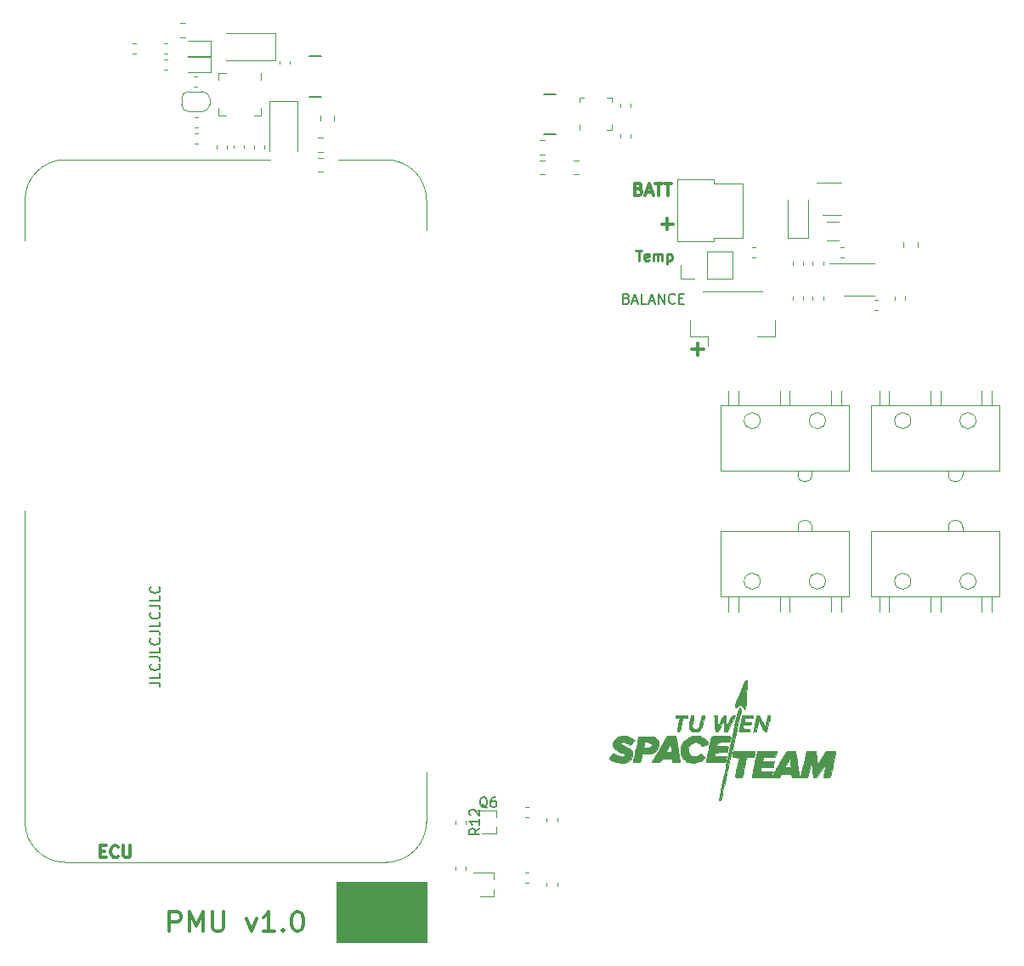
<source format=gto>
%TF.GenerationSoftware,KiCad,Pcbnew,5.1.5+dfsg1-2build2*%
%TF.CreationDate,2021-12-22T23:08:45+01:00*%
%TF.ProjectId,uHoubolt_PCB_PMU,75486f75-626f-46c7-945f-5043425f504d,rev?*%
%TF.SameCoordinates,PX8583b00PY5f5e100*%
%TF.FileFunction,Legend,Top*%
%TF.FilePolarity,Positive*%
%FSLAX46Y46*%
G04 Gerber Fmt 4.6, Leading zero omitted, Abs format (unit mm)*
G04 Created by KiCad (PCBNEW 5.1.5+dfsg1-2build2) date 2021-12-22 23:08:45*
%MOMM*%
%LPD*%
G04 APERTURE LIST*
%ADD10C,0.250000*%
%ADD11C,0.150000*%
%ADD12C,0.300000*%
%ADD13C,0.120000*%
%ADD14C,0.190000*%
%ADD15C,0.100000*%
%ADD16C,0.010000*%
G04 APERTURE END LIST*
D10*
X20866666Y24947620D02*
X21438095Y24947620D01*
X21152380Y23947620D02*
X21152380Y24947620D01*
X22152380Y23995239D02*
X22057142Y23947620D01*
X21866666Y23947620D01*
X21771428Y23995239D01*
X21723809Y24090477D01*
X21723809Y24471429D01*
X21771428Y24566667D01*
X21866666Y24614286D01*
X22057142Y24614286D01*
X22152380Y24566667D01*
X22200000Y24471429D01*
X22200000Y24376191D01*
X21723809Y24280953D01*
X22628571Y23947620D02*
X22628571Y24614286D01*
X22628571Y24519048D02*
X22676190Y24566667D01*
X22771428Y24614286D01*
X22914285Y24614286D01*
X23009523Y24566667D01*
X23057142Y24471429D01*
X23057142Y23947620D01*
X23057142Y24471429D02*
X23104761Y24566667D01*
X23200000Y24614286D01*
X23342857Y24614286D01*
X23438095Y24566667D01*
X23485714Y24471429D01*
X23485714Y23947620D01*
X23961904Y24614286D02*
X23961904Y23614286D01*
X23961904Y24566667D02*
X24057142Y24614286D01*
X24247619Y24614286D01*
X24342857Y24566667D01*
X24390476Y24519048D01*
X24438095Y24423810D01*
X24438095Y24138096D01*
X24390476Y24042858D01*
X24342857Y23995239D01*
X24247619Y23947620D01*
X24057142Y23947620D01*
X23961904Y23995239D01*
D11*
X-27547620Y-18119047D02*
X-26833334Y-18119047D01*
X-26690477Y-18166666D01*
X-26595239Y-18261904D01*
X-26547620Y-18404761D01*
X-26547620Y-18500000D01*
X-26547620Y-17166666D02*
X-26547620Y-17642857D01*
X-27547620Y-17642857D01*
X-26642858Y-16261904D02*
X-26595239Y-16309523D01*
X-26547620Y-16452380D01*
X-26547620Y-16547619D01*
X-26595239Y-16690476D01*
X-26690477Y-16785714D01*
X-26785715Y-16833333D01*
X-26976191Y-16880952D01*
X-27119048Y-16880952D01*
X-27309524Y-16833333D01*
X-27404762Y-16785714D01*
X-27500000Y-16690476D01*
X-27547620Y-16547619D01*
X-27547620Y-16452380D01*
X-27500000Y-16309523D01*
X-27452381Y-16261904D01*
X-27547620Y-15547619D02*
X-26833334Y-15547619D01*
X-26690477Y-15595238D01*
X-26595239Y-15690476D01*
X-26547620Y-15833333D01*
X-26547620Y-15928571D01*
X-26547620Y-14595238D02*
X-26547620Y-15071428D01*
X-27547620Y-15071428D01*
X-26642858Y-13690476D02*
X-26595239Y-13738095D01*
X-26547620Y-13880952D01*
X-26547620Y-13976190D01*
X-26595239Y-14119047D01*
X-26690477Y-14214285D01*
X-26785715Y-14261904D01*
X-26976191Y-14309523D01*
X-27119048Y-14309523D01*
X-27309524Y-14261904D01*
X-27404762Y-14214285D01*
X-27500000Y-14119047D01*
X-27547620Y-13976190D01*
X-27547620Y-13880952D01*
X-27500000Y-13738095D01*
X-27452381Y-13690476D01*
X-27547620Y-12976190D02*
X-26833334Y-12976190D01*
X-26690477Y-13023809D01*
X-26595239Y-13119047D01*
X-26547620Y-13261904D01*
X-26547620Y-13357142D01*
X-26547620Y-12023809D02*
X-26547620Y-12500000D01*
X-27547620Y-12500000D01*
X-26642858Y-11119047D02*
X-26595239Y-11166666D01*
X-26547620Y-11309523D01*
X-26547620Y-11404761D01*
X-26595239Y-11547619D01*
X-26690477Y-11642857D01*
X-26785715Y-11690476D01*
X-26976191Y-11738095D01*
X-27119048Y-11738095D01*
X-27309524Y-11690476D01*
X-27404762Y-11642857D01*
X-27500000Y-11547619D01*
X-27547620Y-11404761D01*
X-27547620Y-11309523D01*
X-27500000Y-11166666D01*
X-27452381Y-11119047D01*
X-27547620Y-10404761D02*
X-26833334Y-10404761D01*
X-26690477Y-10452380D01*
X-26595239Y-10547619D01*
X-26547620Y-10690476D01*
X-26547620Y-10785714D01*
X-26547620Y-9452380D02*
X-26547620Y-9928571D01*
X-27547620Y-9928571D01*
X-26642858Y-8547619D02*
X-26595239Y-8595238D01*
X-26547620Y-8738095D01*
X-26547620Y-8833333D01*
X-26595239Y-8976190D01*
X-26690477Y-9071428D01*
X-26785715Y-9119047D01*
X-26976191Y-9166666D01*
X-27119048Y-9166666D01*
X-27309524Y-9119047D01*
X-27404762Y-9071428D01*
X-27500000Y-8976190D01*
X-27547620Y-8833333D01*
X-27547620Y-8738095D01*
X-27500000Y-8595238D01*
X-27452381Y-8547619D01*
D12*
X-32485715Y-34914285D02*
X-32085715Y-34914285D01*
X-31914286Y-35542857D02*
X-32485715Y-35542857D01*
X-32485715Y-34342857D01*
X-31914286Y-34342857D01*
X-30714286Y-35428571D02*
X-30771429Y-35485714D01*
X-30942858Y-35542857D01*
X-31057143Y-35542857D01*
X-31228572Y-35485714D01*
X-31342858Y-35371428D01*
X-31400000Y-35257142D01*
X-31457143Y-35028571D01*
X-31457143Y-34857142D01*
X-31400000Y-34628571D01*
X-31342858Y-34514285D01*
X-31228572Y-34400000D01*
X-31057143Y-34342857D01*
X-30942858Y-34342857D01*
X-30771429Y-34400000D01*
X-30714286Y-34457142D01*
X-30200000Y-34342857D02*
X-30200000Y-35314285D01*
X-30142858Y-35428571D01*
X-30085715Y-35485714D01*
X-29971429Y-35542857D01*
X-29742858Y-35542857D01*
X-29628572Y-35485714D01*
X-29571429Y-35428571D01*
X-29514286Y-35314285D01*
X-29514286Y-34342857D01*
D13*
X0Y30000000D02*
X0Y27000000D01*
X-4000000Y34000000D02*
X-8800000Y34000000D01*
X-36000000Y34000000D02*
X-15600000Y34000000D01*
X-40000000Y26000000D02*
X-40000000Y30000000D01*
X-40000000Y-32000000D02*
X-40000000Y-1000000D01*
X-4000000Y-36000000D02*
X-36000000Y-36000000D01*
X0Y-32000000D02*
X0Y-27000000D01*
X0Y-32000000D02*
G75*
G02X-4000000Y-36000000I-4000000J0D01*
G01*
X-36000000Y-36000000D02*
G75*
G02X-40000000Y-32000000I0J4000000D01*
G01*
X-40000000Y30000000D02*
G75*
G02X-36000000Y34000000I4000000J0D01*
G01*
X-4000000Y34000000D02*
G75*
G02X0Y30000000I0J-4000000D01*
G01*
D14*
X19933333Y20171429D02*
X20076190Y20123810D01*
X20123809Y20076191D01*
X20171428Y19980953D01*
X20171428Y19838096D01*
X20123809Y19742858D01*
X20076190Y19695239D01*
X19980952Y19647620D01*
X19600000Y19647620D01*
X19600000Y20647620D01*
X19933333Y20647620D01*
X20028571Y20600000D01*
X20076190Y20552381D01*
X20123809Y20457143D01*
X20123809Y20361905D01*
X20076190Y20266667D01*
X20028571Y20219048D01*
X19933333Y20171429D01*
X19600000Y20171429D01*
X20552380Y19933334D02*
X21028571Y19933334D01*
X20457142Y19647620D02*
X20790476Y20647620D01*
X21123809Y19647620D01*
X21933333Y19647620D02*
X21457142Y19647620D01*
X21457142Y20647620D01*
X22219047Y19933334D02*
X22695238Y19933334D01*
X22123809Y19647620D02*
X22457142Y20647620D01*
X22790476Y19647620D01*
X23123809Y19647620D02*
X23123809Y20647620D01*
X23695238Y19647620D01*
X23695238Y20647620D01*
X24742857Y19742858D02*
X24695238Y19695239D01*
X24552380Y19647620D01*
X24457142Y19647620D01*
X24314285Y19695239D01*
X24219047Y19790477D01*
X24171428Y19885715D01*
X24123809Y20076191D01*
X24123809Y20219048D01*
X24171428Y20409524D01*
X24219047Y20504762D01*
X24314285Y20600000D01*
X24457142Y20647620D01*
X24552380Y20647620D01*
X24695238Y20600000D01*
X24742857Y20552381D01*
X25171428Y20171429D02*
X25504761Y20171429D01*
X25647619Y19647620D02*
X25171428Y19647620D01*
X25171428Y20647620D01*
X25647619Y20647620D01*
D12*
X26428571Y15142858D02*
X27571428Y15142858D01*
X27000000Y14571429D02*
X27000000Y15714286D01*
X23428571Y27592858D02*
X24571428Y27592858D01*
X24000000Y27021429D02*
X24000000Y28164286D01*
X21157142Y31085715D02*
X21328571Y31028572D01*
X21385714Y30971429D01*
X21442857Y30857143D01*
X21442857Y30685715D01*
X21385714Y30571429D01*
X21328571Y30514286D01*
X21214285Y30457143D01*
X20757142Y30457143D01*
X20757142Y31657143D01*
X21157142Y31657143D01*
X21271428Y31600000D01*
X21328571Y31542858D01*
X21385714Y31428572D01*
X21385714Y31314286D01*
X21328571Y31200000D01*
X21271428Y31142858D01*
X21157142Y31085715D01*
X20757142Y31085715D01*
X21900000Y30800000D02*
X22471428Y30800000D01*
X21785714Y30457143D02*
X22185714Y31657143D01*
X22585714Y30457143D01*
X22814285Y31657143D02*
X23500000Y31657143D01*
X23157142Y30457143D02*
X23157142Y31657143D01*
X23728571Y31657143D02*
X24414285Y31657143D01*
X24071428Y30457143D02*
X24071428Y31657143D01*
D15*
G36*
X0Y-44000000D02*
G01*
X-9000000Y-44000000D01*
X-9000000Y-38000000D01*
X0Y-38000000D01*
X0Y-44000000D01*
G37*
X0Y-44000000D02*
X-9000000Y-44000000D01*
X-9000000Y-38000000D01*
X0Y-38000000D01*
X0Y-44000000D01*
D12*
X-25619048Y-42904761D02*
X-25619048Y-40904761D01*
X-24857143Y-40904761D01*
X-24666667Y-41000000D01*
X-24571429Y-41095238D01*
X-24476191Y-41285714D01*
X-24476191Y-41571428D01*
X-24571429Y-41761904D01*
X-24666667Y-41857142D01*
X-24857143Y-41952380D01*
X-25619048Y-41952380D01*
X-23619048Y-42904761D02*
X-23619048Y-40904761D01*
X-22952381Y-42333333D01*
X-22285715Y-40904761D01*
X-22285715Y-42904761D01*
X-21333334Y-40904761D02*
X-21333334Y-42523809D01*
X-21238096Y-42714285D01*
X-21142858Y-42809523D01*
X-20952381Y-42904761D01*
X-20571429Y-42904761D01*
X-20380953Y-42809523D01*
X-20285715Y-42714285D01*
X-20190477Y-42523809D01*
X-20190477Y-40904761D01*
X-17904762Y-41571428D02*
X-17428572Y-42904761D01*
X-16952381Y-41571428D01*
X-15142858Y-42904761D02*
X-16285715Y-42904761D01*
X-15714286Y-42904761D02*
X-15714286Y-40904761D01*
X-15904762Y-41190476D01*
X-16095239Y-41380952D01*
X-16285715Y-41476190D01*
X-14285715Y-42714285D02*
X-14190477Y-42809523D01*
X-14285715Y-42904761D01*
X-14380953Y-42809523D01*
X-14285715Y-42714285D01*
X-14285715Y-42904761D01*
X-12952381Y-40904761D02*
X-12761905Y-40904761D01*
X-12571429Y-41000000D01*
X-12476191Y-41095238D01*
X-12380953Y-41285714D01*
X-12285715Y-41666666D01*
X-12285715Y-42142857D01*
X-12380953Y-42523809D01*
X-12476191Y-42714285D01*
X-12571429Y-42809523D01*
X-12761905Y-42904761D01*
X-12952381Y-42904761D01*
X-13142858Y-42809523D01*
X-13238096Y-42714285D01*
X-13333334Y-42523809D01*
X-13428572Y-42142857D01*
X-13428572Y-41666666D01*
X-13333334Y-41285714D01*
X-13238096Y-41095238D01*
X-13142858Y-41000000D01*
X-12952381Y-40904761D01*
D13*
%TO.C,R12*%
X3910000Y-31837221D02*
X3910000Y-32162779D01*
X2890000Y-31837221D02*
X2890000Y-32162779D01*
%TO.C,Q6*%
X6930000Y-32500000D02*
X6930000Y-33160000D01*
X6930000Y-30840000D02*
X6930000Y-31500000D01*
X6930000Y-30840000D02*
X4900000Y-30840000D01*
X5520000Y-33160000D02*
X6930000Y-33160000D01*
%TO.C,R8*%
X2890000Y-36750279D02*
X2890000Y-36424721D01*
X3910000Y-36750279D02*
X3910000Y-36424721D01*
%TO.C,Q5*%
X6730000Y-38700000D02*
X6730000Y-39360000D01*
X6730000Y-37040000D02*
X6730000Y-37700000D01*
X6730000Y-37040000D02*
X4700000Y-37040000D01*
X5320000Y-39360000D02*
X6730000Y-39360000D01*
D16*
%TO.C,G1*%
G36*
X31886593Y-17834617D02*
G01*
X31918102Y-17940189D01*
X31934107Y-18109696D01*
X31933703Y-18329433D01*
X31915984Y-18585698D01*
X31900765Y-18720000D01*
X31875401Y-18979734D01*
X31857346Y-19285511D01*
X31848881Y-19591147D01*
X31849427Y-19759091D01*
X31846368Y-20090278D01*
X31824570Y-20363230D01*
X31785552Y-20569058D01*
X31730835Y-20698873D01*
X31681478Y-20740659D01*
X31629233Y-20714632D01*
X31550739Y-20628014D01*
X31479317Y-20524805D01*
X31398487Y-20400356D01*
X31336598Y-20315284D01*
X31310841Y-20290182D01*
X31262354Y-20312468D01*
X31160514Y-20370074D01*
X31063050Y-20428727D01*
X30932645Y-20504392D01*
X30831676Y-20554715D01*
X30792397Y-20567273D01*
X30752637Y-20528310D01*
X30747186Y-20422944D01*
X30771269Y-20268462D01*
X30820112Y-20082147D01*
X30888941Y-19881285D01*
X30972983Y-19683161D01*
X31067463Y-19505061D01*
X31099878Y-19453987D01*
X31179063Y-19308175D01*
X31262041Y-19111927D01*
X31332250Y-18904900D01*
X31338913Y-18881636D01*
X31402519Y-18682646D01*
X31483993Y-18468005D01*
X31574657Y-18256314D01*
X31665833Y-18066171D01*
X31748843Y-17916176D01*
X31815008Y-17824927D01*
X31840483Y-17806683D01*
X31886593Y-17834617D01*
G37*
X31886593Y-17834617D02*
X31918102Y-17940189D01*
X31934107Y-18109696D01*
X31933703Y-18329433D01*
X31915984Y-18585698D01*
X31900765Y-18720000D01*
X31875401Y-18979734D01*
X31857346Y-19285511D01*
X31848881Y-19591147D01*
X31849427Y-19759091D01*
X31846368Y-20090278D01*
X31824570Y-20363230D01*
X31785552Y-20569058D01*
X31730835Y-20698873D01*
X31681478Y-20740659D01*
X31629233Y-20714632D01*
X31550739Y-20628014D01*
X31479317Y-20524805D01*
X31398487Y-20400356D01*
X31336598Y-20315284D01*
X31310841Y-20290182D01*
X31262354Y-20312468D01*
X31160514Y-20370074D01*
X31063050Y-20428727D01*
X30932645Y-20504392D01*
X30831676Y-20554715D01*
X30792397Y-20567273D01*
X30752637Y-20528310D01*
X30747186Y-20422944D01*
X30771269Y-20268462D01*
X30820112Y-20082147D01*
X30888941Y-19881285D01*
X30972983Y-19683161D01*
X31067463Y-19505061D01*
X31099878Y-19453987D01*
X31179063Y-19308175D01*
X31262041Y-19111927D01*
X31332250Y-18904900D01*
X31338913Y-18881636D01*
X31402519Y-18682646D01*
X31483993Y-18468005D01*
X31574657Y-18256314D01*
X31665833Y-18066171D01*
X31748843Y-17916176D01*
X31815008Y-17824927D01*
X31840483Y-17806683D01*
X31886593Y-17834617D01*
G36*
X34217648Y-21362471D02*
G01*
X34256727Y-21386338D01*
X34247231Y-21440543D01*
X34220915Y-21569477D01*
X34181039Y-21757712D01*
X34130861Y-21989824D01*
X34085980Y-22194520D01*
X33915233Y-22968727D01*
X33782619Y-22968727D01*
X33726253Y-22963482D01*
X33677811Y-22938875D01*
X33627894Y-22881600D01*
X33567099Y-22778352D01*
X33486025Y-22615824D01*
X33391070Y-22414545D01*
X33293420Y-22209765D01*
X33208310Y-22039149D01*
X33143749Y-21918185D01*
X33107749Y-21862364D01*
X33104460Y-21860364D01*
X33084703Y-21902707D01*
X33051227Y-22018071D01*
X33008672Y-22188956D01*
X32961679Y-22397861D01*
X32960577Y-22403000D01*
X32844370Y-22945636D01*
X32694540Y-22960230D01*
X32593837Y-22963280D01*
X32561195Y-22933348D01*
X32570179Y-22867867D01*
X32588798Y-22786448D01*
X32623087Y-22633567D01*
X32668865Y-22427967D01*
X32721953Y-22188391D01*
X32748506Y-22068182D01*
X32901363Y-21375454D01*
X33039180Y-21361637D01*
X33095209Y-21359412D01*
X33141586Y-21373970D01*
X33187375Y-21417952D01*
X33241641Y-21503998D01*
X33313451Y-21644749D01*
X33411869Y-21852845D01*
X33449656Y-21933989D01*
X33557533Y-22163667D01*
X33634065Y-22318623D01*
X33685690Y-22408416D01*
X33718850Y-22442604D01*
X33739984Y-22430747D01*
X33754549Y-22386533D01*
X33778476Y-22283882D01*
X33816132Y-22118491D01*
X33861291Y-21917802D01*
X33887001Y-21802636D01*
X33933546Y-21598102D01*
X33969010Y-21467323D01*
X34001996Y-21393809D01*
X34041108Y-21361075D01*
X34094950Y-21352632D01*
X34121973Y-21352364D01*
X34217648Y-21362471D01*
G37*
X34217648Y-21362471D02*
X34256727Y-21386338D01*
X34247231Y-21440543D01*
X34220915Y-21569477D01*
X34181039Y-21757712D01*
X34130861Y-21989824D01*
X34085980Y-22194520D01*
X33915233Y-22968727D01*
X33782619Y-22968727D01*
X33726253Y-22963482D01*
X33677811Y-22938875D01*
X33627894Y-22881600D01*
X33567099Y-22778352D01*
X33486025Y-22615824D01*
X33391070Y-22414545D01*
X33293420Y-22209765D01*
X33208310Y-22039149D01*
X33143749Y-21918185D01*
X33107749Y-21862364D01*
X33104460Y-21860364D01*
X33084703Y-21902707D01*
X33051227Y-22018071D01*
X33008672Y-22188956D01*
X32961679Y-22397861D01*
X32960577Y-22403000D01*
X32844370Y-22945636D01*
X32694540Y-22960230D01*
X32593837Y-22963280D01*
X32561195Y-22933348D01*
X32570179Y-22867867D01*
X32588798Y-22786448D01*
X32623087Y-22633567D01*
X32668865Y-22427967D01*
X32721953Y-22188391D01*
X32748506Y-22068182D01*
X32901363Y-21375454D01*
X33039180Y-21361637D01*
X33095209Y-21359412D01*
X33141586Y-21373970D01*
X33187375Y-21417952D01*
X33241641Y-21503998D01*
X33313451Y-21644749D01*
X33411869Y-21852845D01*
X33449656Y-21933989D01*
X33557533Y-22163667D01*
X33634065Y-22318623D01*
X33685690Y-22408416D01*
X33718850Y-22442604D01*
X33739984Y-22430747D01*
X33754549Y-22386533D01*
X33778476Y-22283882D01*
X33816132Y-22118491D01*
X33861291Y-21917802D01*
X33887001Y-21802636D01*
X33933546Y-21598102D01*
X33969010Y-21467323D01*
X34001996Y-21393809D01*
X34041108Y-21361075D01*
X34094950Y-21352632D01*
X34121973Y-21352364D01*
X34217648Y-21362471D01*
G36*
X32242537Y-21352946D02*
G01*
X32396649Y-21356448D01*
X32487774Y-21365901D01*
X32530602Y-21384237D01*
X32539821Y-21414386D01*
X32530926Y-21456273D01*
X32508623Y-21552131D01*
X32502449Y-21594818D01*
X32459417Y-21610073D01*
X32344684Y-21621900D01*
X32178895Y-21628580D01*
X32086182Y-21629454D01*
X31879324Y-21632708D01*
X31750559Y-21643902D01*
X31685796Y-21665191D01*
X31670546Y-21692954D01*
X31661863Y-21781657D01*
X31641682Y-21900773D01*
X31612818Y-22045091D01*
X31988046Y-22045091D01*
X32173012Y-22046275D01*
X32284317Y-22053665D01*
X32340660Y-22073014D01*
X32360743Y-22110076D01*
X32363273Y-22160545D01*
X32359893Y-22215505D01*
X32337821Y-22249488D01*
X32279159Y-22267536D01*
X32166008Y-22274692D01*
X31980472Y-22275997D01*
X31953409Y-22276000D01*
X31543546Y-22276000D01*
X31514682Y-22420318D01*
X31491031Y-22551467D01*
X31494920Y-22631618D01*
X31542107Y-22673327D01*
X31648356Y-22689148D01*
X31829425Y-22691637D01*
X31855273Y-22691636D01*
X32224727Y-22691636D01*
X32224727Y-22968727D01*
X31665159Y-22968727D01*
X31430502Y-22968223D01*
X31273644Y-22964816D01*
X31180023Y-22955662D01*
X31135074Y-22937916D01*
X31124234Y-22908735D01*
X31132940Y-22865274D01*
X31133061Y-22864818D01*
X31152042Y-22784727D01*
X31186173Y-22632775D01*
X31231369Y-22427438D01*
X31283548Y-22187195D01*
X31311629Y-22056737D01*
X31462727Y-21352565D01*
X32010750Y-21352464D01*
X32242537Y-21352946D01*
G37*
X32242537Y-21352946D02*
X32396649Y-21356448D01*
X32487774Y-21365901D01*
X32530602Y-21384237D01*
X32539821Y-21414386D01*
X32530926Y-21456273D01*
X32508623Y-21552131D01*
X32502449Y-21594818D01*
X32459417Y-21610073D01*
X32344684Y-21621900D01*
X32178895Y-21628580D01*
X32086182Y-21629454D01*
X31879324Y-21632708D01*
X31750559Y-21643902D01*
X31685796Y-21665191D01*
X31670546Y-21692954D01*
X31661863Y-21781657D01*
X31641682Y-21900773D01*
X31612818Y-22045091D01*
X31988046Y-22045091D01*
X32173012Y-22046275D01*
X32284317Y-22053665D01*
X32340660Y-22073014D01*
X32360743Y-22110076D01*
X32363273Y-22160545D01*
X32359893Y-22215505D01*
X32337821Y-22249488D01*
X32279159Y-22267536D01*
X32166008Y-22274692D01*
X31980472Y-22275997D01*
X31953409Y-22276000D01*
X31543546Y-22276000D01*
X31514682Y-22420318D01*
X31491031Y-22551467D01*
X31494920Y-22631618D01*
X31542107Y-22673327D01*
X31648356Y-22689148D01*
X31829425Y-22691637D01*
X31855273Y-22691636D01*
X32224727Y-22691636D01*
X32224727Y-22968727D01*
X31665159Y-22968727D01*
X31430502Y-22968223D01*
X31273644Y-22964816D01*
X31180023Y-22955662D01*
X31135074Y-22937916D01*
X31124234Y-22908735D01*
X31132940Y-22865274D01*
X31133061Y-22864818D01*
X31152042Y-22784727D01*
X31186173Y-22632775D01*
X31231369Y-22427438D01*
X31283548Y-22187195D01*
X31311629Y-22056737D01*
X31462727Y-21352565D01*
X32010750Y-21352464D01*
X32242537Y-21352946D01*
G36*
X29002124Y-21918091D02*
G01*
X29015091Y-22483818D01*
X29304083Y-21918091D01*
X29423907Y-21687564D01*
X29513089Y-21528224D01*
X29580345Y-21427699D01*
X29634390Y-21373618D01*
X29683939Y-21353609D01*
X29702620Y-21352364D01*
X29748235Y-21355708D01*
X29780124Y-21375788D01*
X29802025Y-21427669D01*
X29817676Y-21526420D01*
X29830816Y-21687108D01*
X29845180Y-21924800D01*
X29845348Y-21927716D01*
X29878534Y-22503068D01*
X30160157Y-21927716D01*
X30272818Y-21699203D01*
X30354989Y-21540942D01*
X30416401Y-21440038D01*
X30466786Y-21383594D01*
X30515875Y-21358718D01*
X30573398Y-21352512D01*
X30594345Y-21352364D01*
X30697589Y-21358628D01*
X30746334Y-21373916D01*
X30746909Y-21375967D01*
X30727189Y-21422713D01*
X30672288Y-21538793D01*
X30588595Y-21711061D01*
X30482502Y-21926372D01*
X30360398Y-22171580D01*
X30352704Y-22186951D01*
X29958499Y-22974332D01*
X29661637Y-22945636D01*
X29648529Y-22449182D01*
X29640193Y-22247566D01*
X29627752Y-22085330D01*
X29613024Y-21981330D01*
X29600671Y-21952727D01*
X29568112Y-21991728D01*
X29504679Y-22098081D01*
X29419349Y-22255812D01*
X29321094Y-22448948D01*
X29315273Y-22460727D01*
X29209051Y-22673537D01*
X29132089Y-22816793D01*
X29073686Y-22904213D01*
X29023146Y-22949518D01*
X28969769Y-22966426D01*
X28919135Y-22968727D01*
X28773647Y-22968727D01*
X28742737Y-22426091D01*
X28727596Y-22179608D01*
X28710822Y-21937342D01*
X28694716Y-21731157D01*
X28684312Y-21617909D01*
X28656797Y-21352364D01*
X28822977Y-21352364D01*
X28989157Y-21352363D01*
X29002124Y-21918091D01*
G37*
X29002124Y-21918091D02*
X29015091Y-22483818D01*
X29304083Y-21918091D01*
X29423907Y-21687564D01*
X29513089Y-21528224D01*
X29580345Y-21427699D01*
X29634390Y-21373618D01*
X29683939Y-21353609D01*
X29702620Y-21352364D01*
X29748235Y-21355708D01*
X29780124Y-21375788D01*
X29802025Y-21427669D01*
X29817676Y-21526420D01*
X29830816Y-21687108D01*
X29845180Y-21924800D01*
X29845348Y-21927716D01*
X29878534Y-22503068D01*
X30160157Y-21927716D01*
X30272818Y-21699203D01*
X30354989Y-21540942D01*
X30416401Y-21440038D01*
X30466786Y-21383594D01*
X30515875Y-21358718D01*
X30573398Y-21352512D01*
X30594345Y-21352364D01*
X30697589Y-21358628D01*
X30746334Y-21373916D01*
X30746909Y-21375967D01*
X30727189Y-21422713D01*
X30672288Y-21538793D01*
X30588595Y-21711061D01*
X30482502Y-21926372D01*
X30360398Y-22171580D01*
X30352704Y-22186951D01*
X29958499Y-22974332D01*
X29661637Y-22945636D01*
X29648529Y-22449182D01*
X29640193Y-22247566D01*
X29627752Y-22085330D01*
X29613024Y-21981330D01*
X29600671Y-21952727D01*
X29568112Y-21991728D01*
X29504679Y-22098081D01*
X29419349Y-22255812D01*
X29321094Y-22448948D01*
X29315273Y-22460727D01*
X29209051Y-22673537D01*
X29132089Y-22816793D01*
X29073686Y-22904213D01*
X29023146Y-22949518D01*
X28969769Y-22966426D01*
X28919135Y-22968727D01*
X28773647Y-22968727D01*
X28742737Y-22426091D01*
X28727596Y-22179608D01*
X28710822Y-21937342D01*
X28694716Y-21731157D01*
X28684312Y-21617909D01*
X28656797Y-21352364D01*
X28822977Y-21352364D01*
X28989157Y-21352363D01*
X29002124Y-21918091D01*
G36*
X26595484Y-21364011D02*
G01*
X26636718Y-21392072D01*
X26636727Y-21392550D01*
X26627070Y-21451508D01*
X26600902Y-21580376D01*
X26562427Y-21759054D01*
X26524044Y-21931293D01*
X26475106Y-22155552D01*
X26447384Y-22310187D01*
X26439350Y-22415094D01*
X26449476Y-22490167D01*
X26476154Y-22555146D01*
X26587565Y-22685039D01*
X26736011Y-22738933D01*
X26901579Y-22713545D01*
X27019702Y-22644732D01*
X27078908Y-22590670D01*
X27127548Y-22522682D01*
X27171265Y-22425445D01*
X27215703Y-22283636D01*
X27266505Y-22081933D01*
X27329313Y-21805013D01*
X27329839Y-21802636D01*
X27376087Y-21598081D01*
X27411349Y-21467297D01*
X27444210Y-21393791D01*
X27483252Y-21361067D01*
X27537059Y-21352632D01*
X27564155Y-21352364D01*
X27659807Y-21364250D01*
X27698909Y-21392339D01*
X27687806Y-21471713D01*
X27658126Y-21617811D01*
X27615314Y-21808168D01*
X27564815Y-22020323D01*
X27512074Y-22231814D01*
X27462536Y-22420177D01*
X27421646Y-22562951D01*
X27399428Y-22627810D01*
X27314507Y-22757760D01*
X27194006Y-22867613D01*
X27182143Y-22875180D01*
X26992264Y-22947098D01*
X26765165Y-22970070D01*
X26540604Y-22943935D01*
X26373697Y-22878399D01*
X26259907Y-22789244D01*
X26188346Y-22677618D01*
X26157060Y-22529323D01*
X26164094Y-22330156D01*
X26207493Y-22065918D01*
X26240649Y-21911884D01*
X26287323Y-21704294D01*
X26325399Y-21532350D01*
X26350842Y-21414460D01*
X26359637Y-21369248D01*
X26399855Y-21357382D01*
X26496727Y-21352364D01*
X26498182Y-21352364D01*
X26595484Y-21364011D01*
G37*
X26595484Y-21364011D02*
X26636718Y-21392072D01*
X26636727Y-21392550D01*
X26627070Y-21451508D01*
X26600902Y-21580376D01*
X26562427Y-21759054D01*
X26524044Y-21931293D01*
X26475106Y-22155552D01*
X26447384Y-22310187D01*
X26439350Y-22415094D01*
X26449476Y-22490167D01*
X26476154Y-22555146D01*
X26587565Y-22685039D01*
X26736011Y-22738933D01*
X26901579Y-22713545D01*
X27019702Y-22644732D01*
X27078908Y-22590670D01*
X27127548Y-22522682D01*
X27171265Y-22425445D01*
X27215703Y-22283636D01*
X27266505Y-22081933D01*
X27329313Y-21805013D01*
X27329839Y-21802636D01*
X27376087Y-21598081D01*
X27411349Y-21467297D01*
X27444210Y-21393791D01*
X27483252Y-21361067D01*
X27537059Y-21352632D01*
X27564155Y-21352364D01*
X27659807Y-21364250D01*
X27698909Y-21392339D01*
X27687806Y-21471713D01*
X27658126Y-21617811D01*
X27615314Y-21808168D01*
X27564815Y-22020323D01*
X27512074Y-22231814D01*
X27462536Y-22420177D01*
X27421646Y-22562951D01*
X27399428Y-22627810D01*
X27314507Y-22757760D01*
X27194006Y-22867613D01*
X27182143Y-22875180D01*
X26992264Y-22947098D01*
X26765165Y-22970070D01*
X26540604Y-22943935D01*
X26373697Y-22878399D01*
X26259907Y-22789244D01*
X26188346Y-22677618D01*
X26157060Y-22529323D01*
X26164094Y-22330156D01*
X26207493Y-22065918D01*
X26240649Y-21911884D01*
X26287323Y-21704294D01*
X26325399Y-21532350D01*
X26350842Y-21414460D01*
X26359637Y-21369248D01*
X26399855Y-21357382D01*
X26496727Y-21352364D01*
X26498182Y-21352364D01*
X26595484Y-21364011D01*
G36*
X26028017Y-21478001D02*
G01*
X26012028Y-21553532D01*
X25970028Y-21593851D01*
X25877301Y-21612691D01*
X25771959Y-21620283D01*
X25681743Y-21624480D01*
X25614278Y-21633220D01*
X25563395Y-21658661D01*
X25522921Y-21712963D01*
X25486686Y-21808285D01*
X25448520Y-21956785D01*
X25402250Y-22170622D01*
X25341706Y-22461956D01*
X25339552Y-22472273D01*
X25293377Y-22689254D01*
X25258330Y-22831523D01*
X25226966Y-22914844D01*
X25191836Y-22954981D01*
X25145493Y-22967698D01*
X25105018Y-22968727D01*
X25005019Y-22950473D01*
X24975630Y-22889232D01*
X24975648Y-22887909D01*
X24985799Y-22813946D01*
X25012486Y-22669773D01*
X25051814Y-22475259D01*
X25099889Y-22250271D01*
X25106919Y-22218273D01*
X25236725Y-21629454D01*
X25010022Y-21629454D01*
X24875347Y-21626415D01*
X24810609Y-21608349D01*
X24793396Y-21561837D01*
X24797933Y-21502454D01*
X24812546Y-21375454D01*
X26042762Y-21349638D01*
X26028017Y-21478001D01*
G37*
X26028017Y-21478001D02*
X26012028Y-21553532D01*
X25970028Y-21593851D01*
X25877301Y-21612691D01*
X25771959Y-21620283D01*
X25681743Y-21624480D01*
X25614278Y-21633220D01*
X25563395Y-21658661D01*
X25522921Y-21712963D01*
X25486686Y-21808285D01*
X25448520Y-21956785D01*
X25402250Y-22170622D01*
X25341706Y-22461956D01*
X25339552Y-22472273D01*
X25293377Y-22689254D01*
X25258330Y-22831523D01*
X25226966Y-22914844D01*
X25191836Y-22954981D01*
X25145493Y-22967698D01*
X25105018Y-22968727D01*
X25005019Y-22950473D01*
X24975630Y-22889232D01*
X24975648Y-22887909D01*
X24985799Y-22813946D01*
X25012486Y-22669773D01*
X25051814Y-22475259D01*
X25099889Y-22250271D01*
X25106919Y-22218273D01*
X25236725Y-21629454D01*
X25010022Y-21629454D01*
X24875347Y-21626415D01*
X24810609Y-21608349D01*
X24793396Y-21561837D01*
X24797933Y-21502454D01*
X24812546Y-21375454D01*
X26042762Y-21349638D01*
X26028017Y-21478001D01*
G36*
X29690590Y-23431017D02*
G01*
X29932347Y-23433071D01*
X30104157Y-23437665D01*
X30217228Y-23445757D01*
X30282768Y-23458303D01*
X30311983Y-23476263D01*
X30316081Y-23500593D01*
X30313487Y-23511364D01*
X30286244Y-23615704D01*
X30259901Y-23730727D01*
X30235057Y-23850662D01*
X30210166Y-23933649D01*
X30169610Y-23986447D01*
X30097767Y-24015814D01*
X29979017Y-24028510D01*
X29797739Y-24031293D01*
X29566161Y-24030909D01*
X29307401Y-24032712D01*
X29128475Y-24038971D01*
X29016907Y-24050965D01*
X28960222Y-24069969D01*
X28945818Y-24094409D01*
X28937136Y-24183111D01*
X28916955Y-24302227D01*
X28888091Y-24446545D01*
X29471137Y-24446545D01*
X29690988Y-24449402D01*
X29872919Y-24457205D01*
X29999530Y-24468806D01*
X30053424Y-24483058D01*
X30054182Y-24485025D01*
X30045680Y-24548281D01*
X30023713Y-24671633D01*
X30001625Y-24785207D01*
X29949067Y-25046909D01*
X29357805Y-25046909D01*
X29134071Y-25049464D01*
X28945960Y-25056446D01*
X28811530Y-25066831D01*
X28748833Y-25079597D01*
X28746791Y-25081545D01*
X28726316Y-25146242D01*
X28700915Y-25261884D01*
X28695791Y-25289364D01*
X28664542Y-25462545D01*
X29873640Y-25462545D01*
X29841261Y-25635727D01*
X29810876Y-25785024D01*
X29780446Y-25915604D01*
X29778150Y-25924364D01*
X29747417Y-26039818D01*
X28792436Y-26052300D01*
X28467394Y-26055727D01*
X28223660Y-26055927D01*
X28050213Y-26052266D01*
X27936032Y-26044108D01*
X27870099Y-26030818D01*
X27841394Y-26011761D01*
X27837455Y-25997261D01*
X27846937Y-25937985D01*
X27873287Y-25803157D01*
X27913354Y-25607393D01*
X27963991Y-25365311D01*
X28022048Y-25091527D01*
X28084379Y-24800659D01*
X28147833Y-24507323D01*
X28209263Y-24226136D01*
X28265520Y-23971714D01*
X28313455Y-23758676D01*
X28349921Y-23601636D01*
X28371768Y-23515214D01*
X28372921Y-23511364D01*
X28388204Y-23484327D01*
X28422944Y-23464051D01*
X28488927Y-23449578D01*
X28597940Y-23439950D01*
X28761771Y-23434209D01*
X28992207Y-23431399D01*
X29301036Y-23430561D01*
X29367679Y-23430545D01*
X29690590Y-23431017D01*
G37*
X29690590Y-23431017D02*
X29932347Y-23433071D01*
X30104157Y-23437665D01*
X30217228Y-23445757D01*
X30282768Y-23458303D01*
X30311983Y-23476263D01*
X30316081Y-23500593D01*
X30313487Y-23511364D01*
X30286244Y-23615704D01*
X30259901Y-23730727D01*
X30235057Y-23850662D01*
X30210166Y-23933649D01*
X30169610Y-23986447D01*
X30097767Y-24015814D01*
X29979017Y-24028510D01*
X29797739Y-24031293D01*
X29566161Y-24030909D01*
X29307401Y-24032712D01*
X29128475Y-24038971D01*
X29016907Y-24050965D01*
X28960222Y-24069969D01*
X28945818Y-24094409D01*
X28937136Y-24183111D01*
X28916955Y-24302227D01*
X28888091Y-24446545D01*
X29471137Y-24446545D01*
X29690988Y-24449402D01*
X29872919Y-24457205D01*
X29999530Y-24468806D01*
X30053424Y-24483058D01*
X30054182Y-24485025D01*
X30045680Y-24548281D01*
X30023713Y-24671633D01*
X30001625Y-24785207D01*
X29949067Y-25046909D01*
X29357805Y-25046909D01*
X29134071Y-25049464D01*
X28945960Y-25056446D01*
X28811530Y-25066831D01*
X28748833Y-25079597D01*
X28746791Y-25081545D01*
X28726316Y-25146242D01*
X28700915Y-25261884D01*
X28695791Y-25289364D01*
X28664542Y-25462545D01*
X29873640Y-25462545D01*
X29841261Y-25635727D01*
X29810876Y-25785024D01*
X29780446Y-25915604D01*
X29778150Y-25924364D01*
X29747417Y-26039818D01*
X28792436Y-26052300D01*
X28467394Y-26055727D01*
X28223660Y-26055927D01*
X28050213Y-26052266D01*
X27936032Y-26044108D01*
X27870099Y-26030818D01*
X27841394Y-26011761D01*
X27837455Y-25997261D01*
X27846937Y-25937985D01*
X27873287Y-25803157D01*
X27913354Y-25607393D01*
X27963991Y-25365311D01*
X28022048Y-25091527D01*
X28084379Y-24800659D01*
X28147833Y-24507323D01*
X28209263Y-24226136D01*
X28265520Y-23971714D01*
X28313455Y-23758676D01*
X28349921Y-23601636D01*
X28371768Y-23515214D01*
X28372921Y-23511364D01*
X28388204Y-23484327D01*
X28422944Y-23464051D01*
X28488927Y-23449578D01*
X28597940Y-23439950D01*
X28761771Y-23434209D01*
X28992207Y-23431399D01*
X29301036Y-23430561D01*
X29367679Y-23430545D01*
X29690590Y-23431017D01*
G36*
X25056996Y-24712091D02*
G01*
X25108316Y-25045584D01*
X25154560Y-25349210D01*
X25193947Y-25611021D01*
X25224696Y-25819071D01*
X25245027Y-25961413D01*
X25253158Y-26026102D01*
X25253221Y-26028273D01*
X25209739Y-26044366D01*
X25095919Y-26056481D01*
X24933768Y-26062565D01*
X24881818Y-26062909D01*
X24512364Y-26062909D01*
X24512364Y-25928141D01*
X24508697Y-25809279D01*
X24487391Y-25729792D01*
X24432988Y-25681764D01*
X24330029Y-25657280D01*
X24163055Y-25648424D01*
X23963822Y-25647273D01*
X23471344Y-25647273D01*
X23357818Y-25855091D01*
X23244293Y-26062909D01*
X22425059Y-26062909D01*
X22525051Y-25889727D01*
X22574402Y-25805382D01*
X22663844Y-25653661D01*
X22786266Y-25446578D01*
X22934558Y-25196149D01*
X23036734Y-25023812D01*
X23819637Y-25023812D01*
X23861810Y-25035475D01*
X23972323Y-25043778D01*
X24125721Y-25046909D01*
X24431805Y-25046909D01*
X24405269Y-24873727D01*
X24385518Y-24731075D01*
X24362384Y-24544611D01*
X24346855Y-24408691D01*
X24314978Y-24116837D01*
X24067307Y-24558776D01*
X23967247Y-24739302D01*
X23886559Y-24888647D01*
X23834491Y-24989446D01*
X23819637Y-25023812D01*
X23036734Y-25023812D01*
X23101610Y-24914389D01*
X23280311Y-24613314D01*
X23303158Y-24574845D01*
X23981273Y-23433145D01*
X24420047Y-23431845D01*
X24858822Y-23430545D01*
X25056996Y-24712091D01*
G37*
X25056996Y-24712091D02*
X25108316Y-25045584D01*
X25154560Y-25349210D01*
X25193947Y-25611021D01*
X25224696Y-25819071D01*
X25245027Y-25961413D01*
X25253158Y-26026102D01*
X25253221Y-26028273D01*
X25209739Y-26044366D01*
X25095919Y-26056481D01*
X24933768Y-26062565D01*
X24881818Y-26062909D01*
X24512364Y-26062909D01*
X24512364Y-25928141D01*
X24508697Y-25809279D01*
X24487391Y-25729792D01*
X24432988Y-25681764D01*
X24330029Y-25657280D01*
X24163055Y-25648424D01*
X23963822Y-25647273D01*
X23471344Y-25647273D01*
X23357818Y-25855091D01*
X23244293Y-26062909D01*
X22425059Y-26062909D01*
X22525051Y-25889727D01*
X22574402Y-25805382D01*
X22663844Y-25653661D01*
X22786266Y-25446578D01*
X22934558Y-25196149D01*
X23036734Y-25023812D01*
X23819637Y-25023812D01*
X23861810Y-25035475D01*
X23972323Y-25043778D01*
X24125721Y-25046909D01*
X24431805Y-25046909D01*
X24405269Y-24873727D01*
X24385518Y-24731075D01*
X24362384Y-24544611D01*
X24346855Y-24408691D01*
X24314978Y-24116837D01*
X24067307Y-24558776D01*
X23967247Y-24739302D01*
X23886559Y-24888647D01*
X23834491Y-24989446D01*
X23819637Y-25023812D01*
X23036734Y-25023812D01*
X23101610Y-24914389D01*
X23280311Y-24613314D01*
X23303158Y-24574845D01*
X23981273Y-23433145D01*
X24420047Y-23431845D01*
X24858822Y-23430545D01*
X25056996Y-24712091D01*
G36*
X22168295Y-23454428D02*
G01*
X22376350Y-23458050D01*
X22524836Y-23466367D01*
X22630147Y-23481249D01*
X22708677Y-23504561D01*
X22776821Y-23538171D01*
X22811905Y-23559287D01*
X22998485Y-23724918D01*
X23116115Y-23935851D01*
X23163934Y-24174978D01*
X23141080Y-24425188D01*
X23046691Y-24669374D01*
X22879907Y-24890427D01*
X22878986Y-24891349D01*
X22735256Y-25015188D01*
X22580765Y-25100254D01*
X22394654Y-25152772D01*
X22156064Y-25178970D01*
X21894658Y-25185197D01*
X21690860Y-25187608D01*
X21561504Y-25196699D01*
X21488731Y-25215709D01*
X21454683Y-25247876D01*
X21447582Y-25266273D01*
X21427186Y-25348549D01*
X21394148Y-25492727D01*
X21354961Y-25670348D01*
X21347471Y-25705000D01*
X21270365Y-26062909D01*
X20928637Y-26062909D01*
X20751391Y-26060107D01*
X20647803Y-26048764D01*
X20599260Y-26024475D01*
X20587150Y-25982836D01*
X20587151Y-25982091D01*
X20596856Y-25916936D01*
X20624098Y-25774264D01*
X20666267Y-25566693D01*
X20720753Y-25306846D01*
X20784946Y-25007343D01*
X20856234Y-24680805D01*
X20856972Y-24677454D01*
X20886487Y-24543462D01*
X21606466Y-24543462D01*
X21623079Y-24574785D01*
X21684655Y-24586302D01*
X21809565Y-24583589D01*
X21916384Y-24577801D01*
X22128067Y-24556403D01*
X22267557Y-24517732D01*
X22338426Y-24472706D01*
X22428764Y-24350768D01*
X22434966Y-24236049D01*
X22365226Y-24138300D01*
X22227737Y-24067273D01*
X22030692Y-24032720D01*
X21967228Y-24030909D01*
X21705552Y-24030909D01*
X21674169Y-24204091D01*
X21645779Y-24351133D01*
X21618612Y-24477604D01*
X21616442Y-24486755D01*
X21606466Y-24543462D01*
X20886487Y-24543462D01*
X21126552Y-23453636D01*
X21884276Y-23453636D01*
X22168295Y-23454428D01*
G37*
X22168295Y-23454428D02*
X22376350Y-23458050D01*
X22524836Y-23466367D01*
X22630147Y-23481249D01*
X22708677Y-23504561D01*
X22776821Y-23538171D01*
X22811905Y-23559287D01*
X22998485Y-23724918D01*
X23116115Y-23935851D01*
X23163934Y-24174978D01*
X23141080Y-24425188D01*
X23046691Y-24669374D01*
X22879907Y-24890427D01*
X22878986Y-24891349D01*
X22735256Y-25015188D01*
X22580765Y-25100254D01*
X22394654Y-25152772D01*
X22156064Y-25178970D01*
X21894658Y-25185197D01*
X21690860Y-25187608D01*
X21561504Y-25196699D01*
X21488731Y-25215709D01*
X21454683Y-25247876D01*
X21447582Y-25266273D01*
X21427186Y-25348549D01*
X21394148Y-25492727D01*
X21354961Y-25670348D01*
X21347471Y-25705000D01*
X21270365Y-26062909D01*
X20928637Y-26062909D01*
X20751391Y-26060107D01*
X20647803Y-26048764D01*
X20599260Y-26024475D01*
X20587150Y-25982836D01*
X20587151Y-25982091D01*
X20596856Y-25916936D01*
X20624098Y-25774264D01*
X20666267Y-25566693D01*
X20720753Y-25306846D01*
X20784946Y-25007343D01*
X20856234Y-24680805D01*
X20856972Y-24677454D01*
X20886487Y-24543462D01*
X21606466Y-24543462D01*
X21623079Y-24574785D01*
X21684655Y-24586302D01*
X21809565Y-24583589D01*
X21916384Y-24577801D01*
X22128067Y-24556403D01*
X22267557Y-24517732D01*
X22338426Y-24472706D01*
X22428764Y-24350768D01*
X22434966Y-24236049D01*
X22365226Y-24138300D01*
X22227737Y-24067273D01*
X22030692Y-24032720D01*
X21967228Y-24030909D01*
X21705552Y-24030909D01*
X21674169Y-24204091D01*
X21645779Y-24351133D01*
X21618612Y-24477604D01*
X21616442Y-24486755D01*
X21606466Y-24543462D01*
X20886487Y-24543462D01*
X21126552Y-23453636D01*
X21884276Y-23453636D01*
X22168295Y-23454428D01*
G36*
X27053768Y-23417388D02*
G01*
X27206897Y-23437998D01*
X27339791Y-23481585D01*
X27444909Y-23532161D01*
X27604998Y-23632838D01*
X27759148Y-23758843D01*
X27893810Y-23894713D01*
X27995434Y-24024985D01*
X28050470Y-24134197D01*
X28045370Y-24206886D01*
X28040592Y-24211954D01*
X27977985Y-24244868D01*
X27854351Y-24294404D01*
X27701609Y-24348087D01*
X27540283Y-24399417D01*
X27440684Y-24416306D01*
X27376563Y-24392451D01*
X27321674Y-24321549D01*
X27278009Y-24246363D01*
X27192958Y-24164364D01*
X27054487Y-24089897D01*
X26900966Y-24040795D01*
X26814428Y-24030909D01*
X26611179Y-24073637D01*
X26414896Y-24189500D01*
X26244256Y-24360013D01*
X26117935Y-24566691D01*
X26055720Y-24781798D01*
X26066783Y-25004345D01*
X26149959Y-25190693D01*
X26289340Y-25332628D01*
X26469016Y-25421934D01*
X26673079Y-25450398D01*
X26885619Y-25409803D01*
X27072079Y-25306615D01*
X27175029Y-25232390D01*
X27245301Y-25189593D01*
X27257637Y-25185454D01*
X27319560Y-25210658D01*
X27423205Y-25273970D01*
X27542833Y-25356937D01*
X27652706Y-25441111D01*
X27727088Y-25508039D01*
X27744261Y-25534304D01*
X27708226Y-25609415D01*
X27612596Y-25710416D01*
X27478957Y-25819144D01*
X27328894Y-25917434D01*
X27226759Y-25969804D01*
X26973463Y-26048458D01*
X26683612Y-26086981D01*
X26399214Y-26082070D01*
X26218808Y-26049053D01*
X26043131Y-25985554D01*
X25869566Y-25902312D01*
X25833392Y-25881177D01*
X25601047Y-25688555D01*
X25437973Y-25450232D01*
X25342204Y-25179299D01*
X25311775Y-24888846D01*
X25344721Y-24591965D01*
X25439075Y-24301746D01*
X25592874Y-24031281D01*
X25804151Y-23793659D01*
X26070942Y-23601973D01*
X26184123Y-23544954D01*
X26365344Y-23471951D01*
X26529159Y-23431430D01*
X26718701Y-23414747D01*
X26844546Y-23412615D01*
X27053768Y-23417388D01*
G37*
X27053768Y-23417388D02*
X27206897Y-23437998D01*
X27339791Y-23481585D01*
X27444909Y-23532161D01*
X27604998Y-23632838D01*
X27759148Y-23758843D01*
X27893810Y-23894713D01*
X27995434Y-24024985D01*
X28050470Y-24134197D01*
X28045370Y-24206886D01*
X28040592Y-24211954D01*
X27977985Y-24244868D01*
X27854351Y-24294404D01*
X27701609Y-24348087D01*
X27540283Y-24399417D01*
X27440684Y-24416306D01*
X27376563Y-24392451D01*
X27321674Y-24321549D01*
X27278009Y-24246363D01*
X27192958Y-24164364D01*
X27054487Y-24089897D01*
X26900966Y-24040795D01*
X26814428Y-24030909D01*
X26611179Y-24073637D01*
X26414896Y-24189500D01*
X26244256Y-24360013D01*
X26117935Y-24566691D01*
X26055720Y-24781798D01*
X26066783Y-25004345D01*
X26149959Y-25190693D01*
X26289340Y-25332628D01*
X26469016Y-25421934D01*
X26673079Y-25450398D01*
X26885619Y-25409803D01*
X27072079Y-25306615D01*
X27175029Y-25232390D01*
X27245301Y-25189593D01*
X27257637Y-25185454D01*
X27319560Y-25210658D01*
X27423205Y-25273970D01*
X27542833Y-25356937D01*
X27652706Y-25441111D01*
X27727088Y-25508039D01*
X27744261Y-25534304D01*
X27708226Y-25609415D01*
X27612596Y-25710416D01*
X27478957Y-25819144D01*
X27328894Y-25917434D01*
X27226759Y-25969804D01*
X26973463Y-26048458D01*
X26683612Y-26086981D01*
X26399214Y-26082070D01*
X26218808Y-26049053D01*
X26043131Y-25985554D01*
X25869566Y-25902312D01*
X25833392Y-25881177D01*
X25601047Y-25688555D01*
X25437973Y-25450232D01*
X25342204Y-25179299D01*
X25311775Y-24888846D01*
X25344721Y-24591965D01*
X25439075Y-24301746D01*
X25592874Y-24031281D01*
X25804151Y-23793659D01*
X26070942Y-23601973D01*
X26184123Y-23544954D01*
X26365344Y-23471951D01*
X26529159Y-23431430D01*
X26718701Y-23414747D01*
X26844546Y-23412615D01*
X27053768Y-23417388D01*
G36*
X19973438Y-23440201D02*
G01*
X20267666Y-23534467D01*
X20508824Y-23665213D01*
X20626705Y-23748423D01*
X20704642Y-23813283D01*
X20723680Y-23838988D01*
X20694368Y-23886484D01*
X20619338Y-23981514D01*
X20517731Y-24100182D01*
X20404876Y-24222512D01*
X20330836Y-24283732D01*
X20276947Y-24295033D01*
X20230869Y-24272213D01*
X20022719Y-24149381D01*
X19809457Y-24066841D01*
X19611366Y-24028800D01*
X19448734Y-24039460D01*
X19353187Y-24090294D01*
X19312069Y-24150528D01*
X19322024Y-24208637D01*
X19391778Y-24271965D01*
X19530059Y-24347856D01*
X19745593Y-24443652D01*
X19800207Y-24466456D01*
X20108450Y-24615844D01*
X20328785Y-24774821D01*
X20465596Y-24949373D01*
X20523266Y-25145485D01*
X20506182Y-25369144D01*
X20494930Y-25414935D01*
X20385242Y-25654624D01*
X20204714Y-25847672D01*
X19965129Y-25988719D01*
X19678272Y-26072408D01*
X19355927Y-26093381D01*
X19075364Y-26060413D01*
X18869971Y-26004865D01*
X18665470Y-25924088D01*
X18480948Y-25828771D01*
X18335492Y-25729604D01*
X18248189Y-25637275D01*
X18231637Y-25587904D01*
X18259305Y-25532211D01*
X18331328Y-25430526D01*
X18417442Y-25322712D01*
X18603247Y-25100788D01*
X18831736Y-25254549D01*
X19062761Y-25380807D01*
X19295584Y-25456720D01*
X19505583Y-25476023D01*
X19619077Y-25454933D01*
X19742965Y-25389487D01*
X19776788Y-25312722D01*
X19721838Y-25226889D01*
X19579412Y-25134239D01*
X19386182Y-25050154D01*
X19078714Y-24919633D01*
X18853749Y-24788222D01*
X18701821Y-24646476D01*
X18613466Y-24484948D01*
X18579219Y-24294192D01*
X18578000Y-24243502D01*
X18618942Y-23998109D01*
X18733459Y-23790039D01*
X18909088Y-23623026D01*
X19133364Y-23500802D01*
X19393823Y-23427102D01*
X19678003Y-23405657D01*
X19973438Y-23440201D01*
G37*
X19973438Y-23440201D02*
X20267666Y-23534467D01*
X20508824Y-23665213D01*
X20626705Y-23748423D01*
X20704642Y-23813283D01*
X20723680Y-23838988D01*
X20694368Y-23886484D01*
X20619338Y-23981514D01*
X20517731Y-24100182D01*
X20404876Y-24222512D01*
X20330836Y-24283732D01*
X20276947Y-24295033D01*
X20230869Y-24272213D01*
X20022719Y-24149381D01*
X19809457Y-24066841D01*
X19611366Y-24028800D01*
X19448734Y-24039460D01*
X19353187Y-24090294D01*
X19312069Y-24150528D01*
X19322024Y-24208637D01*
X19391778Y-24271965D01*
X19530059Y-24347856D01*
X19745593Y-24443652D01*
X19800207Y-24466456D01*
X20108450Y-24615844D01*
X20328785Y-24774821D01*
X20465596Y-24949373D01*
X20523266Y-25145485D01*
X20506182Y-25369144D01*
X20494930Y-25414935D01*
X20385242Y-25654624D01*
X20204714Y-25847672D01*
X19965129Y-25988719D01*
X19678272Y-26072408D01*
X19355927Y-26093381D01*
X19075364Y-26060413D01*
X18869971Y-26004865D01*
X18665470Y-25924088D01*
X18480948Y-25828771D01*
X18335492Y-25729604D01*
X18248189Y-25637275D01*
X18231637Y-25587904D01*
X18259305Y-25532211D01*
X18331328Y-25430526D01*
X18417442Y-25322712D01*
X18603247Y-25100788D01*
X18831736Y-25254549D01*
X19062761Y-25380807D01*
X19295584Y-25456720D01*
X19505583Y-25476023D01*
X19619077Y-25454933D01*
X19742965Y-25389487D01*
X19776788Y-25312722D01*
X19721838Y-25226889D01*
X19579412Y-25134239D01*
X19386182Y-25050154D01*
X19078714Y-24919633D01*
X18853749Y-24788222D01*
X18701821Y-24646476D01*
X18613466Y-24484948D01*
X18579219Y-24294192D01*
X18578000Y-24243502D01*
X18618942Y-23998109D01*
X18733459Y-23790039D01*
X18909088Y-23623026D01*
X19133364Y-23500802D01*
X19393823Y-23427102D01*
X19678003Y-23405657D01*
X19973438Y-23440201D01*
G36*
X38872403Y-25604602D02*
G01*
X38978592Y-26300841D01*
X39394360Y-25604602D01*
X39810128Y-24908364D01*
X40289246Y-24908364D01*
X40508930Y-24910496D01*
X40651374Y-24918354D01*
X40731633Y-24934130D01*
X40764763Y-24960015D01*
X40768364Y-24978106D01*
X40758861Y-25037828D01*
X40732457Y-25173066D01*
X40692311Y-25369175D01*
X40641583Y-25611513D01*
X40583430Y-25885436D01*
X40521012Y-26176300D01*
X40457487Y-26469462D01*
X40396015Y-26750277D01*
X40339754Y-27004103D01*
X40291863Y-27216296D01*
X40255500Y-27372213D01*
X40233825Y-27457209D01*
X40233006Y-27459909D01*
X40205190Y-27502391D01*
X40141275Y-27527112D01*
X40021457Y-27538418D01*
X39864706Y-27540727D01*
X39671570Y-27535228D01*
X39560726Y-27517666D01*
X39522697Y-27486442D01*
X39522520Y-27483000D01*
X39532643Y-27419748D01*
X39559843Y-27283589D01*
X39600530Y-27091635D01*
X39651116Y-26861002D01*
X39679897Y-26732545D01*
X39733158Y-26493404D01*
X39777411Y-26288724D01*
X39809379Y-26134151D01*
X39825784Y-26045336D01*
X39826984Y-26030182D01*
X39801662Y-26064785D01*
X39736597Y-26166876D01*
X39639169Y-26324503D01*
X39516760Y-26525714D01*
X39376749Y-26758559D01*
X39363550Y-26780636D01*
X38909341Y-27540727D01*
X38565419Y-27540727D01*
X38462641Y-26859545D01*
X38424656Y-26614753D01*
X38389256Y-26399300D01*
X38359559Y-26231255D01*
X38338684Y-26128688D01*
X38333149Y-26109091D01*
X38322846Y-26080267D01*
X38314180Y-26064341D01*
X38303978Y-26072395D01*
X38289066Y-26115510D01*
X38266272Y-26204770D01*
X38232423Y-26351256D01*
X38184346Y-26566051D01*
X38121594Y-26848000D01*
X37972379Y-27517636D01*
X37609943Y-27531224D01*
X37429245Y-27536885D01*
X37323167Y-27533859D01*
X37274049Y-27517309D01*
X37264228Y-27482399D01*
X37272593Y-27438860D01*
X37288971Y-27366622D01*
X37322299Y-27217221D01*
X37369687Y-27003699D01*
X37428244Y-26739101D01*
X37495080Y-26436471D01*
X37564708Y-26120636D01*
X37831738Y-24908364D01*
X38766214Y-24908364D01*
X38872403Y-25604602D01*
G37*
X38872403Y-25604602D02*
X38978592Y-26300841D01*
X39394360Y-25604602D01*
X39810128Y-24908364D01*
X40289246Y-24908364D01*
X40508930Y-24910496D01*
X40651374Y-24918354D01*
X40731633Y-24934130D01*
X40764763Y-24960015D01*
X40768364Y-24978106D01*
X40758861Y-25037828D01*
X40732457Y-25173066D01*
X40692311Y-25369175D01*
X40641583Y-25611513D01*
X40583430Y-25885436D01*
X40521012Y-26176300D01*
X40457487Y-26469462D01*
X40396015Y-26750277D01*
X40339754Y-27004103D01*
X40291863Y-27216296D01*
X40255500Y-27372213D01*
X40233825Y-27457209D01*
X40233006Y-27459909D01*
X40205190Y-27502391D01*
X40141275Y-27527112D01*
X40021457Y-27538418D01*
X39864706Y-27540727D01*
X39671570Y-27535228D01*
X39560726Y-27517666D01*
X39522697Y-27486442D01*
X39522520Y-27483000D01*
X39532643Y-27419748D01*
X39559843Y-27283589D01*
X39600530Y-27091635D01*
X39651116Y-26861002D01*
X39679897Y-26732545D01*
X39733158Y-26493404D01*
X39777411Y-26288724D01*
X39809379Y-26134151D01*
X39825784Y-26045336D01*
X39826984Y-26030182D01*
X39801662Y-26064785D01*
X39736597Y-26166876D01*
X39639169Y-26324503D01*
X39516760Y-26525714D01*
X39376749Y-26758559D01*
X39363550Y-26780636D01*
X38909341Y-27540727D01*
X38565419Y-27540727D01*
X38462641Y-26859545D01*
X38424656Y-26614753D01*
X38389256Y-26399300D01*
X38359559Y-26231255D01*
X38338684Y-26128688D01*
X38333149Y-26109091D01*
X38322846Y-26080267D01*
X38314180Y-26064341D01*
X38303978Y-26072395D01*
X38289066Y-26115510D01*
X38266272Y-26204770D01*
X38232423Y-26351256D01*
X38184346Y-26566051D01*
X38121594Y-26848000D01*
X37972379Y-27517636D01*
X37609943Y-27531224D01*
X37429245Y-27536885D01*
X37323167Y-27533859D01*
X37274049Y-27517309D01*
X37264228Y-27482399D01*
X37272593Y-27438860D01*
X37288971Y-27366622D01*
X37322299Y-27217221D01*
X37369687Y-27003699D01*
X37428244Y-26739101D01*
X37495080Y-26436471D01*
X37564708Y-26120636D01*
X37831738Y-24908364D01*
X38766214Y-24908364D01*
X38872403Y-25604602D01*
G36*
X36772212Y-25058454D02*
G01*
X36786684Y-25146934D01*
X36812846Y-25311302D01*
X36848278Y-25536168D01*
X36890557Y-25806142D01*
X36937262Y-26105833D01*
X36959288Y-26247636D01*
X37007117Y-26554010D01*
X37051693Y-26836021D01*
X37090603Y-27078687D01*
X37121437Y-27267028D01*
X37141782Y-27386065D01*
X37147017Y-27413727D01*
X37173521Y-27540727D01*
X36428364Y-27540727D01*
X36369286Y-27171273D01*
X35855643Y-27171397D01*
X35342000Y-27171522D01*
X35249576Y-27344579D01*
X35157153Y-27517636D01*
X33783304Y-27529951D01*
X33385583Y-27532991D01*
X33070951Y-27533934D01*
X32830146Y-27532408D01*
X32653910Y-27528043D01*
X32532982Y-27520468D01*
X32458104Y-27509312D01*
X32420015Y-27494203D01*
X32409455Y-27474912D01*
X32418938Y-27415665D01*
X32445287Y-27280866D01*
X32485355Y-27085131D01*
X32535992Y-26843076D01*
X32594049Y-26569316D01*
X32656380Y-26278470D01*
X32719834Y-25985152D01*
X32781263Y-25703979D01*
X32837518Y-25449567D01*
X32885452Y-25236534D01*
X32921915Y-25079494D01*
X32943759Y-24993064D01*
X32944921Y-24989182D01*
X32960190Y-24962168D01*
X32994898Y-24941902D01*
X33060820Y-24927430D01*
X33169732Y-24917797D01*
X33333409Y-24912048D01*
X33563629Y-24909227D01*
X33872167Y-24908380D01*
X33941508Y-24908364D01*
X34275673Y-24909456D01*
X34526920Y-24913125D01*
X34704672Y-24919954D01*
X34818352Y-24930528D01*
X34877385Y-24945433D01*
X34891193Y-24965254D01*
X34890548Y-24967276D01*
X34869252Y-25042576D01*
X34837920Y-25175343D01*
X34813060Y-25290549D01*
X34758179Y-25554909D01*
X33529364Y-25554909D01*
X33500500Y-25699227D01*
X33480203Y-25812458D01*
X33471638Y-25883575D01*
X33471637Y-25883954D01*
X33514899Y-25899262D01*
X33633029Y-25911909D01*
X33808542Y-25920672D01*
X34023954Y-25924326D01*
X34048909Y-25924364D01*
X34267590Y-25927247D01*
X34448263Y-25935122D01*
X34573443Y-25946821D01*
X34625646Y-25961180D01*
X34626182Y-25962843D01*
X34617680Y-26026099D01*
X34595713Y-26149451D01*
X34573625Y-26263025D01*
X34521067Y-26524727D01*
X33929805Y-26524727D01*
X33706071Y-26527282D01*
X33517960Y-26534264D01*
X33383530Y-26544650D01*
X33320833Y-26557415D01*
X33318791Y-26559364D01*
X33298316Y-26624060D01*
X33272915Y-26739702D01*
X33267791Y-26767182D01*
X33236542Y-26940364D01*
X34448793Y-26940364D01*
X34417907Y-27090454D01*
X34387932Y-27235827D01*
X34363072Y-27356000D01*
X34349489Y-27435166D01*
X34367629Y-27430385D01*
X34406411Y-27379091D01*
X34446432Y-27316919D01*
X34526913Y-27185977D01*
X34641367Y-26997037D01*
X34783303Y-26760869D01*
X34906243Y-26555158D01*
X35688364Y-26555158D01*
X35730667Y-26562889D01*
X35842073Y-26568508D01*
X35999327Y-26570891D01*
X36014749Y-26570909D01*
X36184764Y-26568449D01*
X36280204Y-26557911D01*
X36318796Y-26534559D01*
X36318268Y-26493656D01*
X36317247Y-26490091D01*
X36301539Y-26406086D01*
X36282407Y-26260024D01*
X36263733Y-26081925D01*
X36261985Y-26062909D01*
X36244039Y-25890843D01*
X36225512Y-25755149D01*
X36210029Y-25681775D01*
X36208228Y-25677809D01*
X36181215Y-25703690D01*
X36120842Y-25791445D01*
X36038368Y-25922074D01*
X35945048Y-26076578D01*
X35852142Y-26235958D01*
X35770907Y-26381216D01*
X35712601Y-26493352D01*
X35688481Y-26553368D01*
X35688364Y-26555158D01*
X34906243Y-26555158D01*
X34946233Y-26488245D01*
X35123668Y-26189936D01*
X35178461Y-26097545D01*
X35883222Y-24908364D01*
X36746360Y-24908364D01*
X36772212Y-25058454D01*
G37*
X36772212Y-25058454D02*
X36786684Y-25146934D01*
X36812846Y-25311302D01*
X36848278Y-25536168D01*
X36890557Y-25806142D01*
X36937262Y-26105833D01*
X36959288Y-26247636D01*
X37007117Y-26554010D01*
X37051693Y-26836021D01*
X37090603Y-27078687D01*
X37121437Y-27267028D01*
X37141782Y-27386065D01*
X37147017Y-27413727D01*
X37173521Y-27540727D01*
X36428364Y-27540727D01*
X36369286Y-27171273D01*
X35855643Y-27171397D01*
X35342000Y-27171522D01*
X35249576Y-27344579D01*
X35157153Y-27517636D01*
X33783304Y-27529951D01*
X33385583Y-27532991D01*
X33070951Y-27533934D01*
X32830146Y-27532408D01*
X32653910Y-27528043D01*
X32532982Y-27520468D01*
X32458104Y-27509312D01*
X32420015Y-27494203D01*
X32409455Y-27474912D01*
X32418938Y-27415665D01*
X32445287Y-27280866D01*
X32485355Y-27085131D01*
X32535992Y-26843076D01*
X32594049Y-26569316D01*
X32656380Y-26278470D01*
X32719834Y-25985152D01*
X32781263Y-25703979D01*
X32837518Y-25449567D01*
X32885452Y-25236534D01*
X32921915Y-25079494D01*
X32943759Y-24993064D01*
X32944921Y-24989182D01*
X32960190Y-24962168D01*
X32994898Y-24941902D01*
X33060820Y-24927430D01*
X33169732Y-24917797D01*
X33333409Y-24912048D01*
X33563629Y-24909227D01*
X33872167Y-24908380D01*
X33941508Y-24908364D01*
X34275673Y-24909456D01*
X34526920Y-24913125D01*
X34704672Y-24919954D01*
X34818352Y-24930528D01*
X34877385Y-24945433D01*
X34891193Y-24965254D01*
X34890548Y-24967276D01*
X34869252Y-25042576D01*
X34837920Y-25175343D01*
X34813060Y-25290549D01*
X34758179Y-25554909D01*
X33529364Y-25554909D01*
X33500500Y-25699227D01*
X33480203Y-25812458D01*
X33471638Y-25883575D01*
X33471637Y-25883954D01*
X33514899Y-25899262D01*
X33633029Y-25911909D01*
X33808542Y-25920672D01*
X34023954Y-25924326D01*
X34048909Y-25924364D01*
X34267590Y-25927247D01*
X34448263Y-25935122D01*
X34573443Y-25946821D01*
X34625646Y-25961180D01*
X34626182Y-25962843D01*
X34617680Y-26026099D01*
X34595713Y-26149451D01*
X34573625Y-26263025D01*
X34521067Y-26524727D01*
X33929805Y-26524727D01*
X33706071Y-26527282D01*
X33517960Y-26534264D01*
X33383530Y-26544650D01*
X33320833Y-26557415D01*
X33318791Y-26559364D01*
X33298316Y-26624060D01*
X33272915Y-26739702D01*
X33267791Y-26767182D01*
X33236542Y-26940364D01*
X34448793Y-26940364D01*
X34417907Y-27090454D01*
X34387932Y-27235827D01*
X34363072Y-27356000D01*
X34349489Y-27435166D01*
X34367629Y-27430385D01*
X34406411Y-27379091D01*
X34446432Y-27316919D01*
X34526913Y-27185977D01*
X34641367Y-26997037D01*
X34783303Y-26760869D01*
X34906243Y-26555158D01*
X35688364Y-26555158D01*
X35730667Y-26562889D01*
X35842073Y-26568508D01*
X35999327Y-26570891D01*
X36014749Y-26570909D01*
X36184764Y-26568449D01*
X36280204Y-26557911D01*
X36318796Y-26534559D01*
X36318268Y-26493656D01*
X36317247Y-26490091D01*
X36301539Y-26406086D01*
X36282407Y-26260024D01*
X36263733Y-26081925D01*
X36261985Y-26062909D01*
X36244039Y-25890843D01*
X36225512Y-25755149D01*
X36210029Y-25681775D01*
X36208228Y-25677809D01*
X36181215Y-25703690D01*
X36120842Y-25791445D01*
X36038368Y-25922074D01*
X35945048Y-26076578D01*
X35852142Y-26235958D01*
X35770907Y-26381216D01*
X35712601Y-26493352D01*
X35688481Y-26553368D01*
X35688364Y-26555158D01*
X34906243Y-26555158D01*
X34946233Y-26488245D01*
X35123668Y-26189936D01*
X35178461Y-26097545D01*
X35883222Y-24908364D01*
X36746360Y-24908364D01*
X36772212Y-25058454D01*
G36*
X31958402Y-24909778D02*
G01*
X32229640Y-24913746D01*
X32454758Y-24919858D01*
X32620968Y-24927703D01*
X32715483Y-24936871D01*
X32732470Y-24943000D01*
X32721734Y-25007244D01*
X32695725Y-25119708D01*
X32690770Y-25139273D01*
X32653299Y-25290094D01*
X32621067Y-25427051D01*
X32620875Y-25427909D01*
X32602777Y-25491551D01*
X32570045Y-25529329D01*
X32502048Y-25547986D01*
X32378152Y-25554266D01*
X32232288Y-25554909D01*
X31872154Y-25554909D01*
X31671663Y-26490091D01*
X31610356Y-26774245D01*
X31554594Y-27029289D01*
X31507588Y-27240814D01*
X31472548Y-27394412D01*
X31452683Y-27475673D01*
X31450463Y-27483000D01*
X31398081Y-27513815D01*
X31284919Y-27533828D01*
X31137991Y-27542998D01*
X30984312Y-27541286D01*
X30850894Y-27528653D01*
X30764754Y-27505060D01*
X30746909Y-27484025D01*
X30756350Y-27425039D01*
X30782225Y-27292953D01*
X30820866Y-27104815D01*
X30868604Y-26877672D01*
X30921769Y-26628575D01*
X30976692Y-26374571D01*
X31029704Y-26132708D01*
X31077137Y-25920035D01*
X31115320Y-25753601D01*
X31140585Y-25650454D01*
X31144697Y-25635727D01*
X31147453Y-25594568D01*
X31113799Y-25570257D01*
X31026438Y-25558499D01*
X30868075Y-25554998D01*
X30819294Y-25554909D01*
X30637529Y-25553918D01*
X30529717Y-25538892D01*
X30481907Y-25491749D01*
X30480149Y-25394411D01*
X30510495Y-25228796D01*
X30522376Y-25170066D01*
X30574933Y-24908364D01*
X31653830Y-24908364D01*
X31958402Y-24909778D01*
G37*
X31958402Y-24909778D02*
X32229640Y-24913746D01*
X32454758Y-24919858D01*
X32620968Y-24927703D01*
X32715483Y-24936871D01*
X32732470Y-24943000D01*
X32721734Y-25007244D01*
X32695725Y-25119708D01*
X32690770Y-25139273D01*
X32653299Y-25290094D01*
X32621067Y-25427051D01*
X32620875Y-25427909D01*
X32602777Y-25491551D01*
X32570045Y-25529329D01*
X32502048Y-25547986D01*
X32378152Y-25554266D01*
X32232288Y-25554909D01*
X31872154Y-25554909D01*
X31671663Y-26490091D01*
X31610356Y-26774245D01*
X31554594Y-27029289D01*
X31507588Y-27240814D01*
X31472548Y-27394412D01*
X31452683Y-27475673D01*
X31450463Y-27483000D01*
X31398081Y-27513815D01*
X31284919Y-27533828D01*
X31137991Y-27542998D01*
X30984312Y-27541286D01*
X30850894Y-27528653D01*
X30764754Y-27505060D01*
X30746909Y-27484025D01*
X30756350Y-27425039D01*
X30782225Y-27292953D01*
X30820866Y-27104815D01*
X30868604Y-26877672D01*
X30921769Y-26628575D01*
X30976692Y-26374571D01*
X31029704Y-26132708D01*
X31077137Y-25920035D01*
X31115320Y-25753601D01*
X31140585Y-25650454D01*
X31144697Y-25635727D01*
X31147453Y-25594568D01*
X31113799Y-25570257D01*
X31026438Y-25558499D01*
X30868075Y-25554998D01*
X30819294Y-25554909D01*
X30637529Y-25553918D01*
X30529717Y-25538892D01*
X30481907Y-25491749D01*
X30480149Y-25394411D01*
X30510495Y-25228796D01*
X30522376Y-25170066D01*
X30574933Y-24908364D01*
X31653830Y-24908364D01*
X31958402Y-24909778D01*
G36*
X31226126Y-20623799D02*
G01*
X31256079Y-20642195D01*
X31281619Y-20662640D01*
X31338623Y-20749456D01*
X31347273Y-20795296D01*
X31337228Y-20850451D01*
X31308018Y-20989463D01*
X31261024Y-21206140D01*
X31197630Y-21494289D01*
X31119220Y-21847719D01*
X31027177Y-22260238D01*
X30922884Y-22725653D01*
X30807725Y-23237774D01*
X30683084Y-23790406D01*
X30550342Y-24377360D01*
X30410885Y-24992443D01*
X30331273Y-25342900D01*
X30188888Y-25969443D01*
X30052435Y-26570245D01*
X29923290Y-27139223D01*
X29802832Y-27670290D01*
X29692438Y-28157362D01*
X29593486Y-28594353D01*
X29507352Y-28975178D01*
X29435415Y-29293751D01*
X29379053Y-29543987D01*
X29339642Y-29719801D01*
X29318560Y-29815108D01*
X29315273Y-29831077D01*
X29275808Y-29845453D01*
X29205714Y-29849818D01*
X29096155Y-29849818D01*
X29198340Y-29376454D01*
X29223148Y-29260990D01*
X29265641Y-29062560D01*
X29324247Y-28788530D01*
X29397392Y-28446268D01*
X29483504Y-28043141D01*
X29581008Y-27586516D01*
X29688333Y-27083761D01*
X29803904Y-26542241D01*
X29926150Y-25969326D01*
X30053495Y-25372381D01*
X30173793Y-24808363D01*
X30327248Y-24089110D01*
X30462845Y-23455051D01*
X30581959Y-22901040D01*
X30685965Y-22421933D01*
X30776238Y-22012583D01*
X30854153Y-21667846D01*
X30921084Y-21382576D01*
X30978407Y-21151628D01*
X31027496Y-20969856D01*
X31069727Y-20832116D01*
X31106474Y-20733262D01*
X31139113Y-20668148D01*
X31169018Y-20631630D01*
X31197564Y-20618562D01*
X31226126Y-20623799D01*
G37*
X31226126Y-20623799D02*
X31256079Y-20642195D01*
X31281619Y-20662640D01*
X31338623Y-20749456D01*
X31347273Y-20795296D01*
X31337228Y-20850451D01*
X31308018Y-20989463D01*
X31261024Y-21206140D01*
X31197630Y-21494289D01*
X31119220Y-21847719D01*
X31027177Y-22260238D01*
X30922884Y-22725653D01*
X30807725Y-23237774D01*
X30683084Y-23790406D01*
X30550342Y-24377360D01*
X30410885Y-24992443D01*
X30331273Y-25342900D01*
X30188888Y-25969443D01*
X30052435Y-26570245D01*
X29923290Y-27139223D01*
X29802832Y-27670290D01*
X29692438Y-28157362D01*
X29593486Y-28594353D01*
X29507352Y-28975178D01*
X29435415Y-29293751D01*
X29379053Y-29543987D01*
X29339642Y-29719801D01*
X29318560Y-29815108D01*
X29315273Y-29831077D01*
X29275808Y-29845453D01*
X29205714Y-29849818D01*
X29096155Y-29849818D01*
X29198340Y-29376454D01*
X29223148Y-29260990D01*
X29265641Y-29062560D01*
X29324247Y-28788530D01*
X29397392Y-28446268D01*
X29483504Y-28043141D01*
X29581008Y-27586516D01*
X29688333Y-27083761D01*
X29803904Y-26542241D01*
X29926150Y-25969326D01*
X30053495Y-25372381D01*
X30173793Y-24808363D01*
X30327248Y-24089110D01*
X30462845Y-23455051D01*
X30581959Y-22901040D01*
X30685965Y-22421933D01*
X30776238Y-22012583D01*
X30854153Y-21667846D01*
X30921084Y-21382576D01*
X30978407Y-21151628D01*
X31027496Y-20969856D01*
X31069727Y-20832116D01*
X31106474Y-20733262D01*
X31139113Y-20668148D01*
X31169018Y-20631630D01*
X31197564Y-20618562D01*
X31226126Y-20623799D01*
D13*
%TO.C,JP2*%
X-22300000Y38800000D02*
X-23700000Y38800000D01*
X-24400000Y39500000D02*
X-24400000Y40100000D01*
X-23700000Y40800000D02*
X-22300000Y40800000D01*
X-21600000Y40100000D02*
X-21600000Y39500000D01*
X-21600000Y39500000D02*
G75*
G02X-22300000Y38800000I-700000J0D01*
G01*
X-22300000Y40800000D02*
G75*
G02X-21600000Y40100000I0J-700000D01*
G01*
X-24400000Y40100000D02*
G75*
G02X-23700000Y40800000I700000J0D01*
G01*
X-23700000Y38800000D02*
G75*
G02X-24400000Y39500000I0J700000D01*
G01*
%TO.C,C18*%
X-10341422Y34210000D02*
X-10858578Y34210000D01*
X-10341422Y32790000D02*
X-10858578Y32790000D01*
%TO.C,SW1*%
X38400000Y2600000D02*
X38400000Y3000000D01*
X37000000Y2600000D02*
X37000000Y3000000D01*
X39750000Y8000000D02*
G75*
G03X39750000Y8000000I-800000J0D01*
G01*
X33250000Y8000000D02*
G75*
G03X33250000Y8000000I-800000J0D01*
G01*
X29300000Y9500000D02*
X42100000Y9500000D01*
X29300000Y3000000D02*
X29300000Y9500000D01*
X42100000Y3000000D02*
X29300000Y3000000D01*
X42100000Y9500000D02*
X42100000Y3000000D01*
X36200000Y9500000D02*
X36200000Y11000000D01*
X35200000Y9500000D02*
X35200000Y11000000D01*
X41300000Y9500000D02*
X41300000Y11000000D01*
X40300000Y9500000D02*
X40300000Y11000000D01*
X30100000Y9500000D02*
X30100000Y11000000D01*
X31100000Y9500000D02*
X31100000Y11000000D01*
X38400000Y2600000D02*
G75*
G02X37000000Y2600000I-700000J0D01*
G01*
%TO.C,SW3*%
X53400000Y2600000D02*
X53400000Y3000000D01*
X52000000Y2600000D02*
X52000000Y3000000D01*
X54750000Y8000000D02*
G75*
G03X54750000Y8000000I-800000J0D01*
G01*
X48250000Y8000000D02*
G75*
G03X48250000Y8000000I-800000J0D01*
G01*
X44300000Y9500000D02*
X57100000Y9500000D01*
X44300000Y3000000D02*
X44300000Y9500000D01*
X57100000Y3000000D02*
X44300000Y3000000D01*
X57100000Y9500000D02*
X57100000Y3000000D01*
X51200000Y9500000D02*
X51200000Y11000000D01*
X50200000Y9500000D02*
X50200000Y11000000D01*
X56300000Y9500000D02*
X56300000Y11000000D01*
X55300000Y9500000D02*
X55300000Y11000000D01*
X45100000Y9500000D02*
X45100000Y11000000D01*
X46100000Y9500000D02*
X46100000Y11000000D01*
X53400000Y2600000D02*
G75*
G02X52000000Y2600000I-700000J0D01*
G01*
%TO.C,SW2*%
X37000000Y-2600000D02*
X37000000Y-3000000D01*
X38400000Y-2600000D02*
X38400000Y-3000000D01*
X33250000Y-8000000D02*
G75*
G03X33250000Y-8000000I-800000J0D01*
G01*
X39750000Y-8000000D02*
G75*
G03X39750000Y-8000000I-800000J0D01*
G01*
X42100000Y-9500000D02*
X29300000Y-9500000D01*
X42100000Y-3000000D02*
X42100000Y-9500000D01*
X29300000Y-3000000D02*
X42100000Y-3000000D01*
X29300000Y-9500000D02*
X29300000Y-3000000D01*
X35200000Y-9500000D02*
X35200000Y-11000000D01*
X36200000Y-9500000D02*
X36200000Y-11000000D01*
X31100000Y-9500000D02*
X31100000Y-11000000D01*
X30100000Y-9500000D02*
X30100000Y-11000000D01*
X41300000Y-9500000D02*
X41300000Y-11000000D01*
X40300000Y-9500000D02*
X40300000Y-11000000D01*
X37000000Y-2600000D02*
G75*
G02X38400000Y-2600000I700000J0D01*
G01*
%TO.C,SW4*%
X52000000Y-2600000D02*
X52000000Y-3000000D01*
X53400000Y-2600000D02*
X53400000Y-3000000D01*
X48250000Y-8000000D02*
G75*
G03X48250000Y-8000000I-800000J0D01*
G01*
X54750000Y-8000000D02*
G75*
G03X54750000Y-8000000I-800000J0D01*
G01*
X57100000Y-9500000D02*
X44300000Y-9500000D01*
X57100000Y-3000000D02*
X57100000Y-9500000D01*
X44300000Y-3000000D02*
X57100000Y-3000000D01*
X44300000Y-9500000D02*
X44300000Y-3000000D01*
X50200000Y-9500000D02*
X50200000Y-11000000D01*
X51200000Y-9500000D02*
X51200000Y-11000000D01*
X46100000Y-9500000D02*
X46100000Y-11000000D01*
X45100000Y-9500000D02*
X45100000Y-11000000D01*
X56300000Y-9500000D02*
X56300000Y-11000000D01*
X55300000Y-9500000D02*
X55300000Y-11000000D01*
X52000000Y-2600000D02*
G75*
G02X53400000Y-2600000I700000J0D01*
G01*
%TO.C,U4*%
X-16490000Y39165000D02*
X-16490000Y38440000D01*
X-16490000Y38440000D02*
X-17215000Y38440000D01*
X-20710000Y41935000D02*
X-20710000Y42660000D01*
X-20710000Y42660000D02*
X-19985000Y42660000D01*
X-20710000Y39165000D02*
X-20710000Y38440000D01*
X-20710000Y38440000D02*
X-19985000Y38440000D01*
X-16490000Y41935000D02*
X-16490000Y42660000D01*
%TO.C,U3*%
X15230000Y39745000D02*
X15230000Y40220000D01*
X15230000Y40220000D02*
X15705000Y40220000D01*
X18450000Y37475000D02*
X18450000Y37000000D01*
X18450000Y37000000D02*
X17975000Y37000000D01*
X18450000Y39745000D02*
X18450000Y40220000D01*
X18450000Y40220000D02*
X17975000Y40220000D01*
X15230000Y37475000D02*
X15230000Y37000000D01*
%TO.C,U2*%
X39500000Y28490000D02*
X41300000Y28490000D01*
X41300000Y31710000D02*
X38850000Y31710000D01*
%TO.C,U1*%
X43100000Y20490000D02*
X44600000Y20490000D01*
X43100000Y20490000D02*
X41600000Y20490000D01*
X43100000Y23710000D02*
X44600000Y23710000D01*
X43100000Y23710000D02*
X40175000Y23710000D01*
%TO.C,TH1*%
X25330000Y22170000D02*
X25330000Y23500000D01*
X26660000Y22170000D02*
X25330000Y22170000D01*
X27930000Y22170000D02*
X27930000Y24830000D01*
X27930000Y24830000D02*
X30530000Y24830000D01*
X27930000Y22170000D02*
X30530000Y22170000D01*
X30530000Y22170000D02*
X30530000Y24830000D01*
%TO.C,R27*%
X-9190000Y37891422D02*
X-9190000Y38408578D01*
X-10610000Y37891422D02*
X-10610000Y38408578D01*
%TO.C,R26*%
X-23062779Y37190000D02*
X-22737221Y37190000D01*
X-23062779Y38210000D02*
X-22737221Y38210000D01*
%TO.C,R25*%
X-19890000Y35137221D02*
X-19890000Y35462779D01*
X-20910000Y35137221D02*
X-20910000Y35462779D01*
%TO.C,R24*%
X-26162779Y42990000D02*
X-25837221Y42990000D01*
X-26162779Y44010000D02*
X-25837221Y44010000D01*
%TO.C,R23*%
X-26162779Y44590000D02*
X-25837221Y44590000D01*
X-26162779Y45610000D02*
X-25837221Y45610000D01*
%TO.C,R22*%
X-28937221Y45610000D02*
X-29262779Y45610000D01*
X-28937221Y44590000D02*
X-29262779Y44590000D01*
%TO.C,R21*%
X20310000Y39287221D02*
X20310000Y39612779D01*
X19290000Y39287221D02*
X19290000Y39612779D01*
%TO.C,R20*%
X19290000Y36512779D02*
X19290000Y36187221D01*
X20310000Y36512779D02*
X20310000Y36187221D01*
%TO.C,R19*%
X11990000Y-31912779D02*
X11990000Y-31587221D01*
X13010000Y-31912779D02*
X13010000Y-31587221D01*
%TO.C,R18*%
X9837221Y-30490000D02*
X10162779Y-30490000D01*
X9837221Y-31510000D02*
X10162779Y-31510000D01*
%TO.C,R15*%
X13010000Y-38412779D02*
X13010000Y-38087221D01*
X11990000Y-38412779D02*
X11990000Y-38087221D01*
%TO.C,R14*%
X9837221Y-38010000D02*
X10162779Y-38010000D01*
X9837221Y-36990000D02*
X10162779Y-36990000D01*
%TO.C,R9*%
X46690000Y20375279D02*
X46690000Y20049721D01*
X47710000Y20375279D02*
X47710000Y20049721D01*
%TO.C,R7*%
X41237221Y24290000D02*
X41562779Y24290000D01*
X41237221Y25310000D02*
X41562779Y25310000D01*
%TO.C,R6*%
X39897936Y25990000D02*
X41102064Y25990000D01*
X39897936Y27810000D02*
X41102064Y27810000D01*
%TO.C,R5*%
X39510000Y23537221D02*
X39510000Y23862779D01*
X38490000Y23537221D02*
X38490000Y23862779D01*
%TO.C,R4*%
X38490000Y20362779D02*
X38490000Y20037221D01*
X39510000Y20362779D02*
X39510000Y20037221D01*
%TO.C,R3*%
X36490000Y20362779D02*
X36490000Y20037221D01*
X37510000Y20362779D02*
X37510000Y20037221D01*
%TO.C,R2*%
X36490000Y23862779D02*
X36490000Y23537221D01*
X37510000Y23862779D02*
X37510000Y23537221D01*
%TO.C,R1*%
X32437221Y24290000D02*
X32762779Y24290000D01*
X32437221Y25310000D02*
X32762779Y25310000D01*
D11*
%TO.C,L2*%
X-11700000Y40300000D02*
X-10500000Y40300000D01*
X-11700000Y44300000D02*
X-10500000Y44300000D01*
%TO.C,L1*%
X12900000Y40550000D02*
X11700000Y40550000D01*
X12900000Y36550000D02*
X11700000Y36550000D01*
D13*
%TO.C,J5*%
X26265000Y17990000D02*
X26265000Y16390000D01*
X26265000Y16390000D02*
X28065000Y16390000D01*
X28065000Y16390000D02*
X28065000Y15450000D01*
X34735000Y17990000D02*
X34735000Y16390000D01*
X34735000Y16390000D02*
X32935000Y16390000D01*
X27535000Y20860000D02*
X33465000Y20860000D01*
%TO.C,J2*%
X24950000Y28950000D02*
X24950000Y25870000D01*
X24950000Y25870000D02*
X28650000Y25870000D01*
X28650000Y25870000D02*
X28650000Y26240000D01*
X28650000Y26240000D02*
X31510000Y26240000D01*
X31510000Y26240000D02*
X31510000Y28950000D01*
X24950000Y28950000D02*
X24950000Y32030000D01*
X24950000Y32030000D02*
X28650000Y32030000D01*
X28650000Y32030000D02*
X28650000Y31660000D01*
X28650000Y31660000D02*
X31510000Y31660000D01*
X31510000Y31660000D02*
X31510000Y28950000D01*
%TO.C,D6*%
X-12890000Y39830000D02*
X-12890000Y34850000D01*
X-15610000Y39830000D02*
X-15610000Y34850000D01*
X-12890000Y39830000D02*
X-15610000Y39830000D01*
%TO.C,D5*%
X-15020000Y43940000D02*
X-20000000Y43940000D01*
X-15020000Y46660000D02*
X-20000000Y46660000D01*
X-15020000Y43940000D02*
X-15020000Y46660000D01*
%TO.C,D4*%
X-21515000Y44235000D02*
X-23800000Y44235000D01*
X-21515000Y42765000D02*
X-21515000Y44235000D01*
X-23800000Y42765000D02*
X-21515000Y42765000D01*
%TO.C,D3*%
X-21515000Y45835000D02*
X-23800000Y45835000D01*
X-21515000Y44365000D02*
X-21515000Y45835000D01*
X-23800000Y44365000D02*
X-21515000Y44365000D01*
%TO.C,D1*%
X36000000Y26200000D02*
X36000000Y30050000D01*
X38000000Y26200000D02*
X38000000Y30050000D01*
X36000000Y26200000D02*
X38000000Y26200000D01*
%TO.C,C17*%
X11758578Y33960000D02*
X11241422Y33960000D01*
X11758578Y32540000D02*
X11241422Y32540000D01*
%TO.C,C15*%
X14641422Y32540000D02*
X15158578Y32540000D01*
X14641422Y33960000D02*
X15158578Y33960000D01*
%TO.C,C14*%
X-10341422Y36210000D02*
X-10858578Y36210000D01*
X-10341422Y34790000D02*
X-10858578Y34790000D01*
%TO.C,C13*%
X-19210000Y35475279D02*
X-19210000Y35149721D01*
X-18190000Y35475279D02*
X-18190000Y35149721D01*
%TO.C,C12*%
X-23075279Y35590000D02*
X-22749721Y35590000D01*
X-23075279Y36610000D02*
X-22749721Y36610000D01*
%TO.C,C10*%
X-17210000Y35450279D02*
X-17210000Y35124721D01*
X-16190000Y35450279D02*
X-16190000Y35124721D01*
%TO.C,C9*%
X-13590000Y43537221D02*
X-13590000Y43862779D01*
X-14610000Y43537221D02*
X-14610000Y43862779D01*
%TO.C,C8*%
X-22837221Y42310000D02*
X-23162779Y42310000D01*
X-22837221Y41290000D02*
X-23162779Y41290000D01*
%TO.C,C7*%
X-24041422Y47610000D02*
X-24558578Y47610000D01*
X-24041422Y46190000D02*
X-24558578Y46190000D01*
%TO.C,C6*%
X11758578Y35960000D02*
X11241422Y35960000D01*
X11758578Y34540000D02*
X11241422Y34540000D01*
%TO.C,C4*%
X48910000Y25278922D02*
X48910000Y25796078D01*
X47490000Y25278922D02*
X47490000Y25796078D01*
%TO.C,C1*%
X44962779Y20010000D02*
X44637221Y20010000D01*
X44962779Y18990000D02*
X44637221Y18990000D01*
%TO.C,R12*%
D11*
X5282380Y-32642857D02*
X4806190Y-32976190D01*
X5282380Y-33214285D02*
X4282380Y-33214285D01*
X4282380Y-32833333D01*
X4330000Y-32738095D01*
X4377619Y-32690476D01*
X4472857Y-32642857D01*
X4615714Y-32642857D01*
X4710952Y-32690476D01*
X4758571Y-32738095D01*
X4806190Y-32833333D01*
X4806190Y-33214285D01*
X5282380Y-31690476D02*
X5282380Y-32261904D01*
X5282380Y-31976190D02*
X4282380Y-31976190D01*
X4425238Y-32071428D01*
X4520476Y-32166666D01*
X4568095Y-32261904D01*
X4377619Y-31309523D02*
X4330000Y-31261904D01*
X4282380Y-31166666D01*
X4282380Y-30928571D01*
X4330000Y-30833333D01*
X4377619Y-30785714D01*
X4472857Y-30738095D01*
X4568095Y-30738095D01*
X4710952Y-30785714D01*
X5282380Y-31357142D01*
X5282380Y-30738095D01*
%TO.C,Q6*%
X6054761Y-30597619D02*
X5959523Y-30550000D01*
X5864285Y-30454761D01*
X5721428Y-30311904D01*
X5626190Y-30264285D01*
X5530952Y-30264285D01*
X5578571Y-30502380D02*
X5483333Y-30454761D01*
X5388095Y-30359523D01*
X5340476Y-30169047D01*
X5340476Y-29835714D01*
X5388095Y-29645238D01*
X5483333Y-29550000D01*
X5578571Y-29502380D01*
X5769047Y-29502380D01*
X5864285Y-29550000D01*
X5959523Y-29645238D01*
X6007142Y-29835714D01*
X6007142Y-30169047D01*
X5959523Y-30359523D01*
X5864285Y-30454761D01*
X5769047Y-30502380D01*
X5578571Y-30502380D01*
X6864285Y-29502380D02*
X6673809Y-29502380D01*
X6578571Y-29550000D01*
X6530952Y-29597619D01*
X6435714Y-29740476D01*
X6388095Y-29930952D01*
X6388095Y-30311904D01*
X6435714Y-30407142D01*
X6483333Y-30454761D01*
X6578571Y-30502380D01*
X6769047Y-30502380D01*
X6864285Y-30454761D01*
X6911904Y-30407142D01*
X6959523Y-30311904D01*
X6959523Y-30073809D01*
X6911904Y-29978571D01*
X6864285Y-29930952D01*
X6769047Y-29883333D01*
X6578571Y-29883333D01*
X6483333Y-29930952D01*
X6435714Y-29978571D01*
X6388095Y-30073809D01*
%TD*%
M02*

</source>
